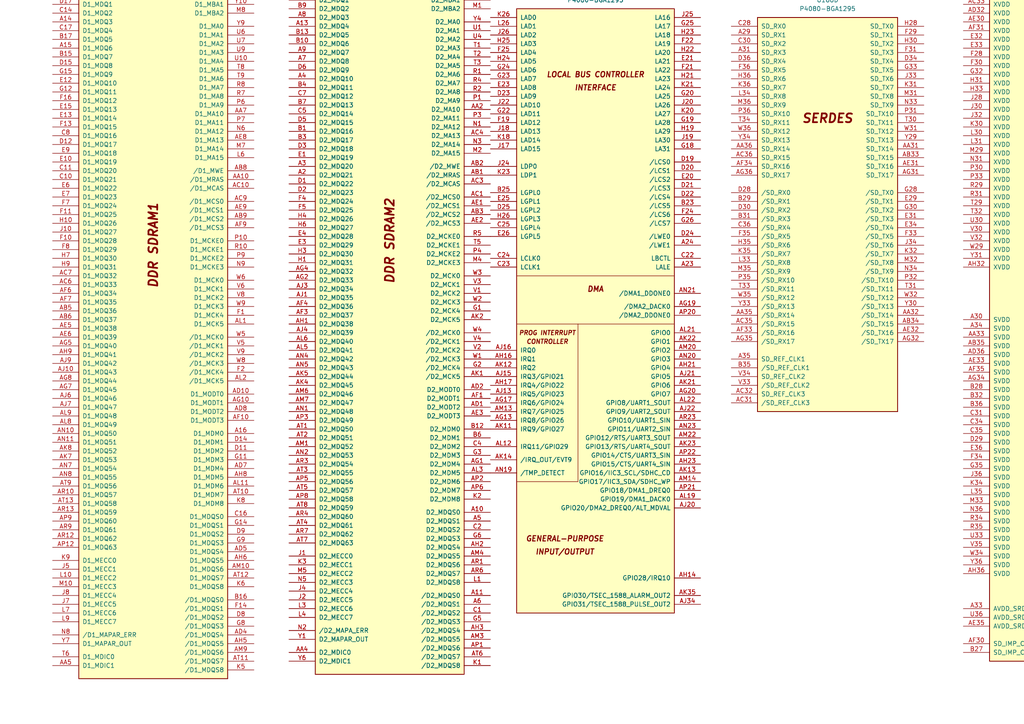
<source format=kicad_sch>
(kicad_sch (version 20250114) (generator "eeschema") (generator_version "9.0")
  (paper "A4")
  (lib_symbols
    (symbol "CPU:P4080-BGA1295" (pin_names (offset 1.016))
      (property "Reference" "U" (at 1.27 19.05 0))
      (property "Value" "P4080-BGA1295" (at 1.27 16.51 0))
      (symbol "P4080-BGA1295_1_1"
        (text "DDR SDRAM1" (at 1.27 26.67 900) (effects (font (size 2.54 2.54) (bold yes) (italic yes))))
        (pin bidirectional line (at -27.94 99.06 0) (length 7.62) (name "D1_MDQ0") (number "A17"))
        (pin bidirectional line (at -27.94 96.52 0) (length 7.62) (name "D1_MDQ1") (number "D17"))
        (pin bidirectional line (at -27.94 93.98 0) (length 7.62) (name "D1_MDQ2") (number "C14"))
        (pin bidirectional line (at -27.94 91.44 0) (length 7.62) (name "D1_MDQ3") (number "A14"))
        (pin bidirectional line (at -27.94 88.9 0) (length 7.62) (name "D1_MDQ4") (number "C17"))
        (pin bidirectional line (at -27.94 86.36 0) (length 7.62) (name "D1_MDQ5") (number "B17"))
        (pin bidirectional line (at -27.94 83.82 0) (length 7.62) (name "D1_MDQ6") (number "A15"))
        (pin bidirectional line (at -27.94 81.28 0) (length 7.62) (name "D1_MDQ7") (number "B15"))
        (pin bidirectional line (at -27.94 78.74 0) (length 7.62) (name "D1_MDQ8") (number "D15"))
        (pin bidirectional line (at -27.94 76.2 0) (length 7.62) (name "D1_MDQ9") (number "G15"))
        (pin bidirectional line (at -27.94 73.66 0) (length 7.62) (name "D1_MDQ10") (number "E12"))
        (pin bidirectional line (at -27.94 71.12 0) (length 7.62) (name "D1_MDQ11") (number "G12"))
        (pin bidirectional line (at -27.94 68.58 0) (length 7.62) (name "D1_MDQ12") (number "F16"))
        (pin bidirectional line (at -27.94 66.04 0) (length 7.62) (name "D1_MDQ13") (number "E15"))
        (pin bidirectional line (at -27.94 63.5 0) (length 7.62) (name "D1_MDQ14") (number "E13"))
        (pin bidirectional line (at -27.94 60.96 0) (length 7.62) (name "D1_MDQ15") (number "F13"))
        (pin bidirectional line (at -27.94 58.42 0) (length 7.62) (name "D1_MDQ16") (number "C8"))
        (pin bidirectional line (at -27.94 55.88 0) (length 7.62) (name "D1_MDQ17") (number "D12"))
        (pin bidirectional line (at -27.94 53.34 0) (length 7.62) (name "D1_MDQ18") (number "E9"))
        (pin bidirectional line (at -27.94 50.8 0) (length 7.62) (name "D1_MDQ19") (number "E10"))
        (pin bidirectional line (at -27.94 48.26 0) (length 7.62) (name "D1_MDQ20") (number "C11"))
        (pin bidirectional line (at -27.94 45.72 0) (length 7.62) (name "D1_MDQ21") (number "C10"))
        (pin bidirectional line (at -27.94 43.18 0) (length 7.62) (name "D1_MDQ22") (number "E6"))
        (pin bidirectional line (at -27.94 40.64 0) (length 7.62) (name "D1_MDQ23") (number "E7"))
        (pin bidirectional line (at -27.94 38.1 0) (length 7.62) (name "D1_MDQ24") (number "F7"))
        (pin bidirectional line (at -27.94 35.56 0) (length 7.62) (name "D1_MDQ25") (number "F11"))
        (pin bidirectional line (at -27.94 33.02 0) (length 7.62) (name "D1_MDQ26") (number "H10"))
        (pin bidirectional line (at -27.94 30.48 0) (length 7.62) (name "D1_MDQ27") (number "J10"))
        (pin bidirectional line (at -27.94 27.94 0) (length 7.62) (name "D1_MDQ28") (number "F10"))
        (pin bidirectional line (at -27.94 25.4 0) (length 7.62) (name "D1_MDQ29") (number "F8"))
        (pin bidirectional line (at -27.94 22.86 0) (length 7.62) (name "D1_MDQ30") (number "H7"))
        (pin bidirectional line (at -27.94 20.32 0) (length 7.62) (name "D1_MDQ31") (number "H9"))
        (pin bidirectional line (at -27.94 17.78 0) (length 7.62) (name "D1_MDQ32") (number "AC7"))
        (pin bidirectional line (at -27.94 15.24 0) (length 7.62) (name "D1_MDQ33") (number "AC6"))
        (pin bidirectional line (at -27.94 12.7 0) (length 7.62) (name "D1_MDQ34") (number "AF6"))
        (pin bidirectional line (at -27.94 10.16 0) (length 7.62) (name "D1_MDQ35") (number "AF7"))
        (pin bidirectional line (at -27.94 7.62 0) (length 7.62) (name "D1_MDQ36") (number "AB5"))
        (pin bidirectional line (at -27.94 5.08 0) (length 7.62) (name "D1_MDQ37") (number "AB6"))
        (pin bidirectional line (at -27.94 2.54 0) (length 7.62) (name "D1_MDQ38") (number "AE5"))
        (pin bidirectional line (at -27.94 0 0) (length 7.62) (name "D1_MDQ39") (number "AE6"))
        (pin bidirectional line (at -27.94 -2.54 0) (length 7.62) (name "D1_MDQ40") (number "AG5"))
        (pin bidirectional line (at -27.94 -5.08 0) (length 7.62) (name "D1_MDQ41") (number "AH9"))
        (pin bidirectional line (at -27.94 -7.62 0) (length 7.62) (name "D1_MDQ42") (number "AJ9"))
        (pin bidirectional line (at -27.94 -10.16 0) (length 7.62) (name "D1_MDQ43") (number "AJ10"))
        (pin bidirectional line (at -27.94 -12.7 0) (length 7.62) (name "D1_MDQ44") (number "AG8"))
        (pin bidirectional line (at -27.94 -15.24 0) (length 7.62) (name "D1_MDQ45") (number "AG7"))
        (pin bidirectional line (at -27.94 -17.78 0) (length 7.62) (name "D1_MDQ46") (number "AJ6"))
        (pin bidirectional line (at -27.94 -20.32 0) (length 7.62) (name "D1_MDQ47") (number "AJ7"))
        (pin bidirectional line (at -27.94 -22.86 0) (length 7.62) (name "D1_MDQ48") (number "AL9"))
        (pin bidirectional line (at -27.94 -25.4 0) (length 7.62) (name "D1_MDQ49") (number "AL8"))
        (pin bidirectional line (at -27.94 -27.94 0) (length 7.62) (name "D1_MDQ50") (number "AN10"))
        (pin bidirectional line (at -27.94 -30.48 0) (length 7.62) (name "D1_MDQ51") (number "AN11"))
        (pin bidirectional line (at -27.94 -33.02 0) (length 7.62) (name "D1_MDQ52") (number "AK8"))
        (pin bidirectional line (at -27.94 -35.56 0) (length 7.62) (name "D1_MDQ53") (number "AK7"))
        (pin bidirectional line (at -27.94 -38.1 0) (length 7.62) (name "D1_MDQ54") (number "AN7"))
        (pin bidirectional line (at -27.94 -40.64 0) (length 7.62) (name "D1_MDQ55") (number "AN8"))
        (pin bidirectional line (at -27.94 -43.18 0) (length 7.62) (name "D1_MDQ56") (number "AT9"))
        (pin bidirectional line (at -27.94 -45.72 0) (length 7.62) (name "D1_MDQ57") (number "AR10"))
        (pin bidirectional line (at -27.94 -48.26 0) (length 7.62) (name "D1_MDQ58") (number "AT13"))
        (pin bidirectional line (at -27.94 -50.8 0) (length 7.62) (name "D1_MDQ59") (number "AR13"))
        (pin bidirectional line (at -27.94 -53.34 0) (length 7.62) (name "D1_MDQ60") (number "AP9"))
        (pin bidirectional line (at -27.94 -55.88 0) (length 7.62) (name "D1_MDQ61") (number "AR9"))
        (pin bidirectional line (at -27.94 -58.42 0) (length 7.62) (name "D1_MDQ62") (number "AR12"))
        (pin bidirectional line (at -27.94 -60.96 0) (length 7.62) (name "D1_MDQ63") (number "AP12"))
        (pin bidirectional line (at -27.94 -64.77 0) (length 7.62) (name "D1_MECC0") (number "K9"))
        (pin bidirectional line (at -27.94 -67.31 0) (length 7.62) (name "D1_MECC1") (number "J5"))
        (pin bidirectional line (at -27.94 -69.85 0) (length 7.62) (name "D1_MECC2") (number "L10"))
        (pin bidirectional line (at -27.94 -72.39 0) (length 7.62) (name "D1_MECC3") (number "M10"))
        (pin bidirectional line (at -27.94 -74.93 0) (length 7.62) (name "D1_MECC4") (number "J8"))
        (pin bidirectional line (at -27.94 -77.47 0) (length 7.62) (name "D1_MECC5") (number "J7"))
        (pin bidirectional line (at -27.94 -80.01 0) (length 7.62) (name "D1_MECC6") (number "L7"))
        (pin bidirectional line (at -27.94 -82.55 0) (length 7.62) (name "D1_MECC7") (number "L9"))
        (pin input line (at -27.94 -86.36 0) (length 7.62) (name "/D1_MAPAR_ERR") (number "N8"))
        (pin output line (at -27.94 -88.9 0) (length 7.62) (name "D1_MAPAR_OUT") (number "Y7"))
        (pin bidirectional line (at -27.94 -92.71 0) (length 7.62) (name "D1_MDIC0") (number "T6"))
        (pin bidirectional line (at -27.94 -95.25 0) (length 7.62) (name "D1_MDIC1") (number "AA5"))
        (pin output line (at 30.48 99.06 180) (length 7.62) (name "D1_MBA0") (number "AA8"))
        (pin output line (at 30.48 96.52 180) (length 7.62) (name "D1_MBA1") (number "Y10"))
        (pin output line (at 30.48 93.98 180) (length 7.62) (name "D1_MBA2") (number "M8"))
        (pin output line (at 30.48 90.17 180) (length 7.62) (name "D1_MA0") (number "Y9"))
        (pin output line (at 30.48 87.63 180) (length 7.62) (name "D1_MA1") (number "U6"))
        (pin output line (at 30.48 85.09 180) (length 7.62) (name "D1_MA2") (number "U7"))
        (pin output line (at 30.48 82.55 180) (length 7.62) (name "D1_MA3") (number "U9"))
        (pin output line (at 30.48 80.01 180) (length 7.62) (name "D1_MA4") (number "U10"))
        (pin output line (at 30.48 77.47 180) (length 7.62) (name "D1_MA5") (number "T8"))
        (pin output line (at 30.48 74.93 180) (length 7.62) (name "D1_MA6") (number "T9"))
        (pin output line (at 30.48 72.39 180) (length 7.62) (name "D1_MA7") (number "R8"))
        (pin output line (at 30.48 69.85 180) (length 7.62) (name "D1_MA8") (number "R7"))
        (pin output line (at 30.48 67.31 180) (length 7.62) (name "D1_MA9") (number "P6"))
        (pin output line (at 30.48 64.77 180) (length 7.62) (name "D1_MA10") (number "AA7"))
        (pin output line (at 30.48 62.23 180) (length 7.62) (name "D1_MA11") (number "P7"))
        (pin output line (at 30.48 59.69 180) (length 7.62) (name "D1_MA12") (number "N6"))
        (pin output line (at 30.48 57.15 180) (length 7.62) (name "D1_MA13") (number "AE8"))
        (pin output line (at 30.48 54.61 180) (length 7.62) (name "D1_MA14") (number "M7"))
        (pin output line (at 30.48 52.07 180) (length 7.62) (name "D1_MA15") (number "L6"))
        (pin output line (at 30.48 48.26 180) (length 7.62) (name "/D1_MWE") (number "AB8"))
        (pin output line (at 30.48 45.72 180) (length 7.62) (name "/D1_MRAS") (number "AA10"))
        (pin output line (at 30.48 43.18 180) (length 7.62) (name "/D1_MCAS") (number "AC10"))
        (pin output line (at 30.48 39.37 180) (length 7.62) (name "/D1_MCS0") (number "AC9"))
        (pin output line (at 30.48 36.83 180) (length 7.62) (name "/D1_MCS1") (number "AE9"))
        (pin output line (at 30.48 34.29 180) (length 7.62) (name "/D1_MCS2") (number "AB9"))
        (pin output line (at 30.48 31.75 180) (length 7.62) (name "/D1_MCS3") (number "AF9"))
        (pin output line (at 30.48 27.94 180) (length 7.62) (name "D1_MCKE0") (number "P10"))
        (pin output line (at 30.48 25.4 180) (length 7.62) (name "D1_MCKE1") (number "R10"))
        (pin output line (at 30.48 22.86 180) (length 7.62) (name "D1_MCKE2") (number "P9"))
        (pin output line (at 30.48 20.32 180) (length 7.62) (name "D1_MCKE3") (number "N9"))
        (pin output line (at 30.48 16.51 180) (length 7.62) (name "D1_MCK0") (number "W6"))
        (pin output line (at 30.48 13.97 180) (length 7.62) (name "D1_MCK1") (number "V6"))
        (pin output line (at 30.48 11.43 180) (length 7.62) (name "D1_MCK2") (number "V8"))
        (pin output line (at 30.48 8.89 180) (length 7.62) (name "D1_MCK3") (number "W9"))
        (pin output line (at 30.48 6.35 180) (length 7.62) (name "D1_MCK4") (number "F1"))
        (pin output line (at 30.48 3.81 180) (length 7.62) (name "D1_MCK5") (number "AL1"))
        (pin output line (at 30.48 0 180) (length 7.62) (name "/D1_MCK0") (number "W5"))
        (pin output line (at 30.48 -2.54 180) (length 7.62) (name "/D1_MCK1") (number "V5"))
        (pin output line (at 30.48 -5.08 180) (length 7.62) (name "/D1_MCK2") (number "V9"))
        (pin output line (at 30.48 -7.62 180) (length 7.62) (name "/D1_MCK3") (number "W8"))
        (pin output line (at 30.48 -10.16 180) (length 7.62) (name "/D1_MCK4") (number "F2"))
        (pin output line (at 30.48 -12.7 180) (length 7.62) (name "/D1_MCK5") (number "AL2"))
        (pin output line (at 30.48 -16.51 180) (length 7.62) (name "D1_MODT0") (number "AD10"))
        (pin output line (at 30.48 -19.05 180) (length 7.62) (name "D1_MODT1") (number "AG10"))
        (pin output line (at 30.48 -21.59 180) (length 7.62) (name "D1_MODT2") (number "AD8"))
        (pin output line (at 30.48 -24.13 180) (length 7.62) (name "D1_MODT3") (number "AF10"))
        (pin output line (at 30.48 -27.94 180) (length 7.62) (name "D1_MDM0") (number "A16"))
        (pin output line (at 30.48 -30.48 180) (length 7.62) (name "D1_MDM1") (number "D14"))
        (pin output line (at 30.48 -33.02 180) (length 7.62) (name "D1_MDM2") (number "D11"))
        (pin output line (at 30.48 -35.56 180) (length 7.62) (name "D1_MDM3") (number "G11"))
        (pin output line (at 30.48 -38.1 180) (length 7.62) (name "D1_MDM4") (number "AD7"))
        (pin output line (at 30.48 -40.64 180) (length 7.62) (name "D1_MDM5") (number "AH8"))
        (pin output line (at 30.48 -43.18 180) (length 7.62) (name "D1_MDM6") (number "AL11"))
        (pin output line (at 30.48 -45.72 180) (length 7.62) (name "D1_MDM7") (number "AT10"))
        (pin output line (at 30.48 -48.26 180) (length 7.62) (name "D1_MDM8") (number "K8"))
        (pin bidirectional line (at 30.48 -52.07 180) (length 7.62) (name "D1_MDQS0") (number "C16"))
        (pin bidirectional line (at 30.48 -54.61 180) (length 7.62) (name "D1_MDQS1") (number "G14"))
        (pin bidirectional line (at 30.48 -57.15 180) (length 7.62) (name "D1_MDQS2") (number "D9"))
        (pin bidirectional line (at 30.48 -59.69 180) (length 7.62) (name "D1_MDQS3") (number "G9"))
        (pin bidirectional line (at 30.48 -62.23 180) (length 7.62) (name "D1_MDQS4") (number "AD5"))
        (pin bidirectional line (at 30.48 -64.77 180) (length 7.62) (name "D1_MDQS5") (number "AH6"))
        (pin bidirectional line (at 30.48 -67.31 180) (length 7.62) (name "D1_MDQS6") (number "AM10"))
        (pin bidirectional line (at 30.48 -69.85 180) (length 7.62) (name "D1_MDQS7") (number "AT12"))
        (pin bidirectional line (at 30.48 -72.39 180) (length 7.62) (name "D1_MDQS8") (number "K6"))
        (pin bidirectional line (at 30.48 -76.2 180) (length 7.62) (name "/D1_MDQS0") (number "B16"))
        (pin bidirectional line (at 30.48 -78.74 180) (length 7.62) (name "/D1_MDQS1") (number "F14"))
        (pin bidirectional line (at 30.48 -81.28 180) (length 7.62) (name "/D1_MDQS2") (number "D8"))
        (pin bidirectional line (at 30.48 -83.82 180) (length 7.62) (name "/D1_MDQS3") (number "G8"))
        (pin bidirectional line (at 30.48 -86.36 180) (length 7.62) (name "/D1_MDQS4") (number "AD4"))
        (pin bidirectional line (at 30.48 -88.9 180) (length 7.62) (name "/D1_MDQS5") (number "AH5"))
        (pin bidirectional line (at 30.48 -91.44 180) (length 7.62) (name "/D1_MDQS6") (number "AM9"))
        (pin bidirectional line (at 30.48 -93.98 180) (length 7.62) (name "/D1_MDQS7") (number "AT11"))
        (pin bidirectional line (at 30.48 -96.52 180) (length 7.62) (name "/D1_MDQS8") (number "K5"))
      )
      (symbol "P4080-BGA1295_2_1"
        (text "DDR SDRAM2" (at 1.27 26.67 900) (effects (font (size 2.54 2.54) (bold yes) (italic yes))))
        (pin bidirectional line (at -27.94 99.06 0) (length 7.62) (name "D2_MDQ0") (number "C13"))
        (pin bidirectional line (at -27.94 96.52 0) (length 7.62) (name "D2_MDQ1") (number "A12"))
        (pin bidirectional line (at -27.94 93.98 0) (length 7.62) (name "D2_MDQ2") (number "B9"))
        (pin bidirectional line (at -27.94 91.44 0) (length 7.62) (name "D2_MDQ3") (number "A8"))
        (pin bidirectional line (at -27.94 88.9 0) (length 7.62) (name "D2_MDQ4") (number "A13"))
        (pin bidirectional line (at -27.94 86.36 0) (length 7.62) (name "D2_MDQ5") (number "B13"))
        (pin bidirectional line (at -27.94 83.82 0) (length 7.62) (name "D2_MDQ6") (number "B10"))
        (pin bidirectional line (at -27.94 81.28 0) (length 7.62) (name "D2_MDQ7") (number "A9"))
        (pin bidirectional line (at -27.94 78.74 0) (length 7.62) (name "D2_MDQ8") (number "A7"))
        (pin bidirectional line (at -27.94 76.2 0) (length 7.62) (name "D2_MDQ9") (number "D6"))
        (pin bidirectional line (at -27.94 73.66 0) (length 7.62) (name "D2_MDQ10") (number "A4"))
        (pin bidirectional line (at -27.94 71.12 0) (length 7.62) (name "D2_MDQ11") (number "B4"))
        (pin bidirectional line (at -27.94 68.58 0) (length 7.62) (name "D2_MDQ12") (number "C7"))
        (pin bidirectional line (at -27.94 66.04 0) (length 7.62) (name "D2_MDQ13") (number "B7"))
        (pin bidirectional line (at -27.94 63.5 0) (length 7.62) (name "D2_MDQ14") (number "C5"))
        (pin bidirectional line (at -27.94 60.96 0) (length 7.62) (name "D2_MDQ15") (number "D5"))
        (pin bidirectional line (at -27.94 58.42 0) (length 7.62) (name "D2_MDQ16") (number "B1"))
        (pin bidirectional line (at -27.94 55.88 0) (length 7.62) (name "D2_MDQ17") (number "B3"))
        (pin bidirectional line (at -27.94 53.34 0) (length 7.62) (name "D2_MDQ18") (number "D3"))
        (pin bidirectional line (at -27.94 50.8 0) (length 7.62) (name "D2_MDQ19") (number "E1"))
        (pin bidirectional line (at -27.94 48.26 0) (length 7.62) (name "D2_MDQ20") (number "A3"))
        (pin bidirectional line (at -27.94 45.72 0) (length 7.62) (name "D2_MDQ21") (number "A2"))
        (pin bidirectional line (at -27.94 43.18 0) (length 7.62) (name "D2_MDQ22") (number "D1"))
        (pin bidirectional line (at -27.94 40.64 0) (length 7.62) (name "D2_MDQ23") (number "D2"))
        (pin bidirectional line (at -27.94 38.1 0) (length 7.62) (name "D2_MDQ24") (number "F4"))
        (pin bidirectional line (at -27.94 35.56 0) (length 7.62) (name "D2_MDQ25") (number "F5"))
        (pin bidirectional line (at -27.94 33.02 0) (length 7.62) (name "D2_MDQ26") (number "H4"))
        (pin bidirectional line (at -27.94 30.48 0) (length 7.62) (name "D2_MDQ27") (number "H6"))
        (pin bidirectional line (at -27.94 27.94 0) (length 7.62) (name "D2_MDQ28") (number "E4"))
        (pin bidirectional line (at -27.94 25.4 0) (length 7.62) (name "D2_MDQ29") (number "E3"))
        (pin bidirectional line (at -27.94 22.86 0) (length 7.62) (name "D2_MDQ30") (number "H3"))
        (pin bidirectional line (at -27.94 20.32 0) (length 7.62) (name "D2_MDQ31") (number "H1"))
        (pin bidirectional line (at -27.94 17.78 0) (length 7.62) (name "D2_MDQ32") (number "AG4"))
        (pin bidirectional line (at -27.94 15.24 0) (length 7.62) (name "D2_MDQ33") (number "AG2"))
        (pin bidirectional line (at -27.94 12.7 0) (length 7.62) (name "D2_MDQ34") (number "AJ3"))
        (pin bidirectional line (at -27.94 10.16 0) (length 7.62) (name "D2_MDQ35") (number "AJ1"))
        (pin bidirectional line (at -27.94 7.62 0) (length 7.62) (name "D2_MDQ36") (number "AF4"))
        (pin bidirectional line (at -27.94 5.08 0) (length 7.62) (name "D2_MDQ37") (number "AF3"))
        (pin bidirectional line (at -27.94 2.54 0) (length 7.62) (name "D2_MDQ38") (number "AH1"))
        (pin bidirectional line (at -27.94 0 0) (length 7.62) (name "D2_MDQ39") (number "AJ4"))
        (pin bidirectional line (at -27.94 -2.54 0) (length 7.62) (name "D2_MDQ40") (number "AL6"))
        (pin bidirectional line (at -27.94 -5.08 0) (length 7.62) (name "D2_MDQ41") (number "AL5"))
        (pin bidirectional line (at -27.94 -7.62 0) (length 7.62) (name "D2_MDQ42") (number "AN4"))
        (pin bidirectional line (at -27.94 -10.16 0) (length 7.62) (name "D2_MDQ43") (number "AN5"))
        (pin bidirectional line (at -27.94 -12.7 0) (length 7.62) (name "D2_MDQ44") (number "AK5"))
        (pin bidirectional line (at -27.94 -15.24 0) (length 7.62) (name "D2_MDQ45") (number "AK4"))
        (pin bidirectional line (at -27.94 -17.78 0) (length 7.62) (name "D2_MDQ46") (number "AM6"))
        (pin bidirectional line (at -27.94 -20.32 0) (length 7.62) (name "D2_MDQ47") (number "AM7"))
        (pin bidirectional line (at -27.94 -22.86 0) (length 7.62) (name "D2_MDQ48") (number "AN1"))
        (pin bidirectional line (at -27.94 -25.4 0) (length 7.62) (name "D2_MDQ49") (number "AP3"))
        (pin bidirectional line (at -27.94 -27.94 0) (length 7.62) (name "D2_MDQ50") (number "AT1"))
        (pin bidirectional line (at -27.94 -30.48 0) (length 7.62) (name "D2_MDQ51") (number "AT2"))
        (pin bidirectional line (at -27.94 -33.02 0) (length 7.62) (name "D2_MDQ52") (number "AM1"))
        (pin bidirectional line (at -27.94 -35.56 0) (length 7.62) (name "D2_MDQ53") (number "AN2"))
        (pin bidirectional line (at -27.94 -38.1 0) (length 7.62) (name "D2_MDQ54") (number "AR3"))
        (pin bidirectional line (at -27.94 -40.64 0) (length 7.62) (name "D2_MDQ55") (number "AT3"))
        (pin bidirectional line (at -27.94 -43.18 0) (length 7.62) (name "D2_MDQ56") (number "AP5"))
        (pin bidirectional line (at -27.94 -45.72 0) (length 7.62) (name "D2_MDQ57") (number "AT5"))
        (pin bidirectional line (at -27.94 -48.26 0) (length 7.62) (name "D2_MDQ58") (number "AP8"))
        (pin bidirectional line (at -27.94 -50.8 0) (length 7.62) (name "D2_MDQ59") (number "AT8"))
        (pin bidirectional line (at -27.94 -53.34 0) (length 7.62) (name "D2_MDQ60") (number "AR4"))
        (pin bidirectional line (at -27.94 -55.88 0) (length 7.62) (name "D2_MDQ61") (number "AT4"))
        (pin bidirectional line (at -27.94 -58.42 0) (length 7.62) (name "D2_MDQ62") (number "AR7"))
        (pin bidirectional line (at -27.94 -60.96 0) (length 7.62) (name "D2_MDQ63") (number "AT7"))
        (pin bidirectional line (at -27.94 -64.77 0) (length 7.62) (name "D2_MECC0") (number "J1"))
        (pin bidirectional line (at -27.94 -67.31 0) (length 7.62) (name "D2_MECC1") (number "K3"))
        (pin bidirectional line (at -27.94 -69.85 0) (length 7.62) (name "D2_MECC2") (number "M5"))
        (pin bidirectional line (at -27.94 -72.39 0) (length 7.62) (name "D2_MECC3") (number "N5"))
        (pin bidirectional line (at -27.94 -74.93 0) (length 7.62) (name "D2_MECC4") (number "J4"))
        (pin bidirectional line (at -27.94 -77.47 0) (length 7.62) (name "D2_MECC5") (number "J2"))
        (pin bidirectional line (at -27.94 -80.01 0) (length 7.62) (name "D2_MECC6") (number "L3"))
        (pin bidirectional line (at -27.94 -82.55 0) (length 7.62) (name "D2_MECC7") (number "L4"))
        (pin input line (at -27.94 -86.36 0) (length 7.62) (name "/D2_MAPA_ERR") (number "N2"))
        (pin output line (at -27.94 -88.9 0) (length 7.62) (name "D2_MAPAR_OUT") (number "Y1"))
        (pin bidirectional line (at -27.94 -92.71 0) (length 7.62) (name "D2_MDIC0") (number "AA4"))
        (pin bidirectional line (at -27.94 -95.25 0) (length 7.62) (name "D2_MDIC1") (number "Y6"))
        (pin output line (at 30.48 99.06 180) (length 7.62) (name "D2_MBA0") (number "AA3"))
        (pin output line (at 30.48 96.52 180) (length 7.62) (name "D2_MBA1") (number "AA1"))
        (pin output line (at 30.48 93.98 180) (length 7.62) (name "D2_MBA2") (number "M1"))
        (pin output line (at 30.48 90.17 180) (length 7.62) (name "D2_MA0") (number "Y4"))
        (pin output line (at 30.48 87.63 180) (length 7.62) (name "D2_MA1") (number "U1"))
        (pin output line (at 30.48 85.09 180) (length 7.62) (name "D2_MA2") (number "U4"))
        (pin output line (at 30.48 82.55 180) (length 7.62) (name "D2_MA3") (number "T1"))
        (pin output line (at 30.48 80.01 180) (length 7.62) (name "D2_MA4") (number "T2"))
        (pin output line (at 30.48 77.47 180) (length 7.62) (name "D2_MA5") (number "T3"))
        (pin output line (at 30.48 74.93 180) (length 7.62) (name "D2_MA6") (number "R1"))
        (pin output line (at 30.48 72.39 180) (length 7.62) (name "D2_MA7") (number "R4"))
        (pin output line (at 30.48 69.85 180) (length 7.62) (name "D2_MA8") (number "R2"))
        (pin output line (at 30.48 67.31 180) (length 7.62) (name "D2_MA9") (number "P1"))
        (pin output line (at 30.48 64.77 180) (length 7.62) (name "D2_MA10") (number "AA2"))
        (pin output line (at 30.48 62.23 180) (length 7.62) (name "D2_MA11") (number "P3"))
        (pin output line (at 30.48 59.69 180) (length 7.62) (name "D2_MA12") (number "N1"))
        (pin output line (at 30.48 57.15 180) (length 7.62) (name "D2_MA13") (number "AC4"))
        (pin output line (at 30.48 54.61 180) (length 7.62) (name "D2_MA14") (number "N3"))
        (pin output line (at 30.48 52.07 180) (length 7.62) (name "D2_MA15") (number "M2"))
        (pin output line (at 30.48 48.26 180) (length 7.62) (name "/D2_MWE") (number "AB2"))
        (pin output line (at 30.48 45.72 180) (length 7.62) (name "/D2_MRAS") (number "AB1"))
        (pin output line (at 30.48 43.18 180) (length 7.62) (name "/D2_MCAS") (number "AC3"))
        (pin output line (at 30.48 39.37 180) (length 7.62) (name "/D2_MCS0") (number "AC1"))
        (pin output line (at 30.48 36.83 180) (length 7.62) (name "/D2_MCS1") (number "AE1"))
        (pin output line (at 30.48 34.29 180) (length 7.62) (name "/D2_MCS2") (number "AB3"))
        (pin output line (at 30.48 31.75 180) (length 7.62) (name "/D2_MCS3") (number "AE2"))
        (pin output line (at 30.48 27.94 180) (length 7.62) (name "D2_MCKE0") (number "R5"))
        (pin output line (at 30.48 25.4 180) (length 7.62) (name "D2_MCKE1") (number "T5"))
        (pin output line (at 30.48 22.86 180) (length 7.62) (name "D2_MCKE2") (number "P4"))
        (pin output line (at 30.48 20.32 180) (length 7.62) (name "D2_MCKE3") (number "M4"))
        (pin output line (at 30.48 16.51 180) (length 7.62) (name "D2_MCK0") (number "W3"))
        (pin output line (at 30.48 13.97 180) (length 7.62) (name "D2_MCK1") (number "V3"))
        (pin output line (at 30.48 11.43 180) (length 7.62) (name "D2_MCK2") (number "V1"))
        (pin output line (at 30.48 8.89 180) (length 7.62) (name "D2_MCK3") (number "W2"))
        (pin output line (at 30.48 6.35 180) (length 7.62) (name "D2_MCK4") (number "G1"))
        (pin output line (at 30.48 3.81 180) (length 7.62) (name "D2_MCK5") (number "AK2"))
        (pin output line (at 30.48 0 180) (length 7.62) (name "/D2_MCK0") (number "W4"))
        (pin output line (at 30.48 -2.54 180) (length 7.62) (name "/D2_MCK1") (number "V4"))
        (pin output line (at 30.48 -5.08 180) (length 7.62) (name "/D2_MCK2") (number "V2"))
        (pin output line (at 30.48 -7.62 180) (length 7.62) (name "/D2_MCK3") (number "W1"))
        (pin output line (at 30.48 -10.16 180) (length 7.62) (name "/D2_MCK4") (number "G2"))
        (pin output line (at 30.48 -12.7 180) (length 7.62) (name "/D2_MCK5") (number "AK1"))
        (pin output line (at 30.48 -16.51 180) (length 7.62) (name "D2_MODT0") (number "AD2"))
        (pin output line (at 30.48 -19.05 180) (length 7.62) (name "D2_MODT1") (number "AF1"))
        (pin output line (at 30.48 -21.59 180) (length 7.62) (name "D2_MODT2") (number "AD1"))
        (pin output line (at 30.48 -24.13 180) (length 7.62) (name "D2_MODT3") (number "AE3"))
        (pin output line (at 30.48 -27.94 180) (length 7.62) (name "D2_MDM0") (number "B12"))
        (pin output line (at 30.48 -30.48 180) (length 7.62) (name "D2_MDM1") (number "B6"))
        (pin output line (at 30.48 -33.02 180) (length 7.62) (name "D2_MDM2") (number "C4"))
        (pin output line (at 30.48 -35.56 180) (length 7.62) (name "D2_MDM3") (number "G3"))
        (pin output line (at 30.48 -38.1 180) (length 7.62) (name "D2_MDM4") (number "AG1"))
        (pin output line (at 30.48 -40.64 180) (length 7.62) (name "D2_MDM5") (number "AL3"))
        (pin output line (at 30.48 -43.18 180) (length 7.62) (name "D2_MDM6") (number "AP2"))
        (pin output line (at 30.48 -45.72 180) (length 7.62) (name "D2_MDM7") (number "AP6"))
        (pin output line (at 30.48 -48.26 180) (length 7.62) (name "D2_MDM8") (number "K2"))
        (pin bidirectional line (at 30.48 -52.07 180) (length 7.62) (name "D2_MDQS0") (number "A10"))
        (pin bidirectional line (at 30.48 -54.61 180) (length 7.62) (name "D2_MDQS1") (number "A5"))
        (pin bidirectional line (at 30.48 -57.15 180) (length 7.62) (name "D2_MDQS2") (number "C2"))
        (pin bidirectional line (at 30.48 -59.69 180) (length 7.62) (name "D2_MDQS3") (number "G6"))
        (pin bidirectional line (at 30.48 -62.23 180) (length 7.62) (name "D2_MDQS4") (number "AH2"))
        (pin bidirectional line (at 30.48 -64.77 180) (length 7.62) (name "D2_MDQS5") (number "AM4"))
        (pin bidirectional line (at 30.48 -67.31 180) (length 7.62) (name "D2_MDQS6") (number "AR1"))
        (pin bidirectional line (at 30.48 -69.85 180) (length 7.62) (name "D2_MDQS7") (number "AR6"))
        (pin bidirectional line (at 30.48 -72.39 180) (length 7.62) (name "D2_MDQS8") (number "L1"))
        (pin bidirectional line (at 30.48 -76.2 180) (length 7.62) (name "/D2_MDQS0") (number "A11"))
        (pin bidirectional line (at 30.48 -78.74 180) (length 7.62) (name "/D2_MDQS1") (number "A6"))
        (pin bidirectional line (at 30.48 -81.28 180) (length 7.62) (name "/D2_MDQS2") (number "C1"))
        (pin bidirectional line (at 30.48 -83.82 180) (length 7.62) (name "/D2_MDQS3") (number "G5"))
        (pin bidirectional line (at 30.48 -86.36 180) (length 7.62) (name "/D2_MDQS4") (number "AH3"))
        (pin bidirectional line (at 30.48 -88.9 180) (length 7.62) (name "/D2_MDQS5") (number "AM3"))
        (pin bidirectional line (at 30.48 -91.44 180) (length 7.62) (name "/D2_MDQS6") (number "AP1"))
        (pin bidirectional line (at 30.48 -93.98 180) (length 7.62) (name "/D2_MDQS7") (number "AT6"))
        (pin bidirectional line (at 30.48 -96.52 180) (length 7.62) (name "/D2_MDQS8") (number "K1"))
      )
      (symbol "P4080-BGA1295_3_1"
        (text "PROG INTERRUPT" (at -13.97 -5.08 0) (effects (font (size 1.27 1.27) (bold yes) (italic yes))))
        (text "CONTROLLER" (at -13.97 -7.62 0) (effects (font (size 1.27 1.27) (bold yes) (italic yes))))
        (text "GENERAL-PURPOSE" (at -8.89 -64.77 0) (effects (font (size 1.524 1.524) (bold yes) (italic yes))))
        (text "INPUT/OUTPUT" (at -8.89 -68.58 0) (effects (font (size 1.524 1.524) (bold yes) (italic yes))))
        (text "LOCAL BUS CONTROLLER" (at 0 69.85 0) (effects (font (size 1.524 1.524) (bold yes) (italic yes))))
        (text "INTERFACE" (at 0 66.04 0) (effects (font (size 1.524 1.524) (bold yes) (italic yes))))
        (text "DMA" (at 0 7.62 0) (effects (font (size 1.524 1.524) (bold yes) (italic yes))))
        (pin bidirectional line (at -30.48 86.36 0) (length 7.62) (name "LAD0") (number "K26"))
        (pin bidirectional line (at -30.48 83.82 0) (length 7.62) (name "LAD1") (number "L26"))
        (pin bidirectional line (at -30.48 81.28 0) (length 7.62) (name "LAD2") (number "J26"))
        (pin bidirectional line (at -30.48 78.74 0) (length 7.62) (name "LAD3") (number "H25"))
        (pin bidirectional line (at -30.48 76.2 0) (length 7.62) (name "LAD4") (number "F25"))
        (pin bidirectional line (at -30.48 73.66 0) (length 7.62) (name "LAD5") (number "H24"))
        (pin bidirectional line (at -30.48 71.12 0) (length 7.62) (name "LAD6") (number "G24"))
        (pin bidirectional line (at -30.48 68.58 0) (length 7.62) (name "LAD7") (number "G23"))
        (pin bidirectional line (at -30.48 66.04 0) (length 7.62) (name "LAD8") (number "E23"))
        (pin bidirectional line (at -30.48 63.5 0) (length 7.62) (name "LAD9") (number "D23"))
        (pin bidirectional line (at -30.48 60.96 0) (length 7.62) (name "LAD10") (number "J22"))
        (pin bidirectional line (at -30.48 58.42 0) (length 7.62) (name "LAD11") (number "G22"))
        (pin bidirectional line (at -30.48 55.88 0) (length 7.62) (name "LAD12") (number "F19"))
        (pin bidirectional line (at -30.48 53.34 0) (length 7.62) (name "LAD13") (number "J18"))
        (pin bidirectional line (at -30.48 50.8 0) (length 7.62) (name "LAD14") (number "K18"))
        (pin bidirectional line (at -30.48 48.26 0) (length 7.62) (name "LAD15") (number "J17"))
        (pin bidirectional line (at -30.48 43.18 0) (length 7.62) (name "LDP0") (number "J24"))
        (pin bidirectional line (at -30.48 40.64 0) (length 7.62) (name "LDP1") (number "K23"))
        (pin output line (at -30.48 35.56 0) (length 7.62) (name "LGPL0") (number "B25"))
        (pin output line (at -30.48 33.02 0) (length 7.62) (name "LGPL1") (number "E25"))
        (pin output line (at -30.48 30.48 0) (length 7.62) (name "LGPL2") (number "D25"))
        (pin output line (at -30.48 27.94 0) (length 7.62) (name "LGPL3") (number "H26"))
        (pin bidirectional line (at -30.48 25.4 0) (length 7.62) (name "LGPL4") (number "C25"))
        (pin output line (at -30.48 22.86 0) (length 7.62) (name "LGPL5") (number "E26"))
        (pin output line (at -30.48 16.51 0) (length 7.62) (name "LCLK0") (number "C24"))
        (pin output line (at -30.48 13.97 0) (length 7.62) (name "LCLK1") (number "C23"))
        (pin input line (at -30.48 -10.16 0) (length 7.62) (name "IRQ0") (number "AJ16"))
        (pin input line (at -30.48 -12.7 0) (length 7.62) (name "IRQ1") (number "AH16"))
        (pin input line (at -30.48 -15.24 0) (length 7.62) (name "IRQ2") (number "AK12"))
        (pin input line (at -30.48 -17.78 0) (length 7.62) (name "IRQ3/GPIO21") (number "AJ15"))
        (pin input line (at -30.48 -20.32 0) (length 7.62) (name "IRQ4/GPIO22") (number "AH17"))
        (pin input line (at -30.48 -22.86 0) (length 7.62) (name "IRQ5/GPIO23") (number "AJ13"))
        (pin input line (at -30.48 -25.4 0) (length 7.62) (name "IRQ6/GPIO24") (number "AG17"))
        (pin input line (at -30.48 -27.94 0) (length 7.62) (name "IRQ7/GPIO25") (number "AM13"))
        (pin input line (at -30.48 -30.48 0) (length 7.62) (name "IRQ8/GPIO26") (number "AG13"))
        (pin input line (at -30.48 -33.02 0) (length 7.62) (name "IRQ9/GPIO27") (number "AK11"))
        (pin input line (at -30.48 -38.1 0) (length 7.62) (name "IRQ11/GPIO29") (number "AL12"))
        (pin output line (at -30.48 -41.91 0) (length 7.62) (name "/IRQ_OUT/EVT9") (number "AK14"))
        (pin input line (at -30.48 -45.72 0) (length 7.62) (name "/TMP_DETECT") (number "AN19"))
        (pin output line (at 30.48 86.36 180) (length 7.62) (name "LA16") (number "J25"))
        (pin output line (at 30.48 83.82 180) (length 7.62) (name "LA17") (number "G25"))
        (pin output line (at 30.48 81.28 180) (length 7.62) (name "LA18") (number "H23"))
        (pin output line (at 30.48 78.74 180) (length 7.62) (name "LA19") (number "F22"))
        (pin output line (at 30.48 76.2 180) (length 7.62) (name "LA20") (number "H22"))
        (pin output line (at 30.48 73.66 180) (length 7.62) (name "LA21") (number "E21"))
        (pin output line (at 30.48 71.12 180) (length 7.62) (name "LA22") (number "F21"))
        (pin output line (at 30.48 68.58 180) (length 7.62) (name "LA23") (number "H21"))
        (pin output line (at 30.48 66.04 180) (length 7.62) (name "LA24") (number "K21"))
        (pin output line (at 30.48 63.5 180) (length 7.62) (name "LA25") (number "G20"))
        (pin output line (at 30.48 60.96 180) (length 7.62) (name "LA26") (number "J20"))
        (pin output line (at 30.48 58.42 180) (length 7.62) (name "LA27") (number "K20"))
        (pin output line (at 30.48 55.88 180) (length 7.62) (name "LA28") (number "G19"))
        (pin output line (at 30.48 53.34 180) (length 7.62) (name "LA29") (number "H19"))
        (pin output line (at 30.48 50.8 180) (length 7.62) (name "LA30") (number "J19"))
        (pin output line (at 30.48 48.26 180) (length 7.62) (name "LA31") (number "G18"))
        (pin output line (at 30.48 44.45 180) (length 7.62) (name "/LCS0") (number "D19"))
        (pin output line (at 30.48 41.91 180) (length 7.62) (name "/LCS1") (number "D20"))
        (pin output line (at 30.48 39.37 180) (length 7.62) (name "/LCS2") (number "E20"))
        (pin output line (at 30.48 36.83 180) (length 7.62) (name "/LCS3") (number "D21"))
        (pin output line (at 30.48 34.29 180) (length 7.62) (name "/LCS4") (number "D22"))
        (pin output line (at 30.48 31.75 180) (length 7.62) (name "/LCS5") (number "B23"))
        (pin output line (at 30.48 29.21 180) (length 7.62) (name "/LCS6") (number "F24"))
        (pin output line (at 30.48 26.67 180) (length 7.62) (name "/LCS7") (number "G26"))
        (pin output line (at 30.48 22.86 180) (length 7.62) (name "/LWE0") (number "D24"))
        (pin output line (at 30.48 20.32 180) (length 7.62) (name "/LWE1") (number "A24"))
        (pin output line (at 30.48 16.51 180) (length 7.62) (name "LBCTL") (number "C22"))
        (pin bidirectional line (at 30.48 13.97 180) (length 7.62) (name "LALE") (number "A23"))
        (pin output line (at 30.48 6.35 180) (length 7.62) (name "/DMA1_DDONE0") (number "AN21"))
        (pin output line (at 30.48 2.54 180) (length 7.62) (name "/DMA2_DACK0") (number "AG19"))
        (pin output line (at 30.48 0 180) (length 7.62) (name "/DMA2_DDONE0") (number "AP20"))
        (pin bidirectional line (at 30.48 -5.08 180) (length 7.62) (name "GPIO0") (number "AL21"))
        (pin bidirectional line (at 30.48 -7.62 180) (length 7.62) (name "GPIO1") (number "AK22"))
        (pin bidirectional line (at 30.48 -10.16 180) (length 7.62) (name "GPIO2") (number "AM20"))
        (pin bidirectional line (at 30.48 -12.7 180) (length 7.62) (name "GPIO3") (number "AN20"))
        (pin bidirectional line (at 30.48 -15.24 180) (length 7.62) (name "GPIO4") (number "AH21"))
        (pin bidirectional line (at 30.48 -17.78 180) (length 7.62) (name "GPIO5") (number "AJ21"))
        (pin bidirectional line (at 30.48 -20.32 180) (length 7.62) (name "GPIO6") (number "AK21"))
        (pin bidirectional line (at 30.48 -22.86 180) (length 7.62) (name "GPIO7") (number "AG20"))
        (pin bidirectional line (at 30.48 -25.4 180) (length 7.62) (name "GPIO8/UART1_SOUT") (number "AL22"))
        (pin bidirectional line (at 30.48 -27.94 180) (length 7.62) (name "GPIO9/UART2_SOUT") (number "AJ22"))
        (pin bidirectional line (at 30.48 -30.48 180) (length 7.62) (name "GPIO10/UART1_SIN") (number "AR23"))
        (pin bidirectional line (at 30.48 -33.02 180) (length 7.62) (name "GPIO11/UART2_SIN") (number "AN23"))
        (pin bidirectional line (at 30.48 -35.56 180) (length 7.62) (name "GPIO12/RTS/UART3_SOUT") (number "AM22"))
        (pin bidirectional line (at 30.48 -38.1 180) (length 7.62) (name "GPIO13/RTS/UART4_SOUT") (number "AK23"))
        (pin bidirectional line (at 30.48 -40.64 180) (length 7.62) (name "GPIO14/CTS/UART3_SIN") (number "AP22"))
        (pin bidirectional line (at 30.48 -43.18 180) (length 7.62) (name "GPIO15/CTS/UART4_SIN") (number "AH23"))
        (pin bidirectional line (at 30.48 -45.72 180) (length 7.62) (name "GPIO16/IIC3_SCL/SDHC_CD") (number "AK13"))
        (pin bidirectional line (at 30.48 -48.26 180) (length 7.62) (name "GPIO17/IIC3_SDA/SDHC_WP") (number "AM14"))
        (pin bidirectional line (at 30.48 -50.8 180) (length 7.62) (name "GPIO18/DMA1_DREQ0") (number "AP21"))
        (pin bidirectional line (at 30.48 -53.34 180) (length 7.62) (name "GPIO19/DMA1_DACK0") (number "AL19"))
        (pin bidirectional line (at 30.48 -55.88 180) (length 7.62) (name "GPIO20/DMA2_DREQ0/ALT_MDVAL") (number "AJ20"))
        (pin bidirectional line (at 30.48 -76.2 180) (length 7.62) (name "GPIO28/IRQ10") (number "AH14"))
        (pin bidirectional line (at 30.48 -81.28 180) (length 7.62) (name "GPIO30/TSEC_1588_ALARM_OUT2") (number "AK35"))
        (pin bidirectional line (at 30.48 -83.82 180) (length 7.62) (name "GPIO31/TSEC_1588_PULSE_OUT2") (number "AJ34"))
      )
      (symbol "P4080-BGA1295_4_1"
        (text "SERDES" (at 0 29.21 0) (effects (font (size 2.54 2.54) (bold yes) (italic yes))))
        (pin input line (at -27.94 55.88 0) (length 7.62) (name "SD_RX0") (number "C28"))
        (pin input line (at -27.94 53.34 0) (length 7.62) (name "SD_RX1") (number "A29"))
        (pin input line (at -27.94 50.8 0) (length 7.62) (name "SD_RX2") (number "C30"))
        (pin input line (at -27.94 48.26 0) (length 7.62) (name "SD_RX3") (number "A31"))
        (pin input line (at -27.94 45.72 0) (length 7.62) (name "SD_RX4") (number "D36"))
        (pin input line (at -27.94 43.18 0) (length 7.62) (name "SD_RX5") (number "F36"))
        (pin input line (at -27.94 40.64 0) (length 7.62) (name "SD_RX6") (number "H36"))
        (pin input line (at -27.94 38.1 0) (length 7.62) (name "SD_RX7") (number "K36"))
        (pin input line (at -27.94 35.56 0) (length 7.62) (name "SD_RX8") (number "L34"))
        (pin input line (at -27.94 33.02 0) (length 7.62) (name "SD_RX9") (number "M36"))
        (pin input line (at -27.94 30.48 0) (length 7.62) (name "SD_RX10") (number "P36"))
        (pin input line (at -27.94 27.94 0) (length 7.62) (name "SD_RX11") (number "T34"))
        (pin input line (at -27.94 25.4 0) (length 7.62) (name "SD_RX12") (number "W36"))
        (pin input line (at -27.94 22.86 0) (length 7.62) (name "SD_RX13") (number "Y34"))
        (pin input line (at -27.94 20.32 0) (length 7.62) (name "SD_RX14") (number "AA36"))
        (pin input line (at -27.94 17.78 0) (length 7.62) (name "SD_RX15") (number "AC36"))
        (pin input line (at -27.94 15.24 0) (length 7.62) (name "SD_RX16") (number "AF34"))
        (pin input line (at -27.94 12.7 0) (length 7.62) (name "SD_RX17") (number "AG36"))
        (pin input line (at -27.94 7.62 0) (length 7.62) (name "/SD_RX0") (number "D28"))
        (pin input line (at -27.94 5.08 0) (length 7.62) (name "/SD_RX1") (number "B29"))
        (pin input line (at -27.94 2.54 0) (length 7.62) (name "/SD_RX2") (number "D30"))
        (pin input line (at -27.94 0 0) (length 7.62) (name "/SD_RX3") (number "B31"))
        (pin input line (at -27.94 -2.54 0) (length 7.62) (name "/SD_RX4") (number "C36"))
        (pin input line (at -27.94 -5.08 0) (length 7.62) (name "/SD_RX5") (number "F35"))
        (pin input line (at -27.94 -7.62 0) (length 7.62) (name "/SD_RX6") (number "H35"))
        (pin input line (at -27.94 -10.16 0) (length 7.62) (name "/SD_RX7") (number "K35"))
        (pin input line (at -27.94 -12.7 0) (length 7.62) (name "/SD_RX8") (number "L33"))
        (pin input line (at -27.94 -15.24 0) (length 7.62) (name "/SD_RX9") (number "M35"))
        (pin input line (at -27.94 -17.78 0) (length 7.62) (name "/SD_RX10") (number "P35"))
        (pin input line (at -27.94 -20.32 0) (length 7.62) (name "/SD_RX11") (number "T33"))
        (pin input line (at -27.94 -22.86 0) (length 7.62) (name "/SD_RX12") (number "W35"))
        (pin input line (at -27.94 -25.4 0) (length 7.62) (name "/SD_RX13") (number "Y33"))
        (pin input line (at -27.94 -27.94 0) (length 7.62) (name "/SD_RX14") (number "AA35"))
        (pin input line (at -27.94 -30.48 0) (length 7.62) (name "/SD_RX15") (number "AC35"))
        (pin input line (at -27.94 -33.02 0) (length 7.62) (name "/SD_RX16") (number "AF33"))
        (pin input line (at -27.94 -35.56 0) (length 7.62) (name "/SD_RX17") (number "AG35"))
        (pin input line (at -27.94 -40.64 0) (length 7.62) (name "SD_REF_CLK1") (number "A35"))
        (pin input line (at -27.94 -43.18 0) (length 7.62) (name "/SD_REF_CLK1") (number "B35"))
        (pin input line (at -27.94 -45.72 0) (length 7.62) (name "SD_REF_CLK2") (number "V34"))
        (pin input line (at -27.94 -48.26 0) (length 7.62) (name "/SD_REF_CLK2") (number "V33"))
        (pin input line (at -27.94 -50.8 0) (length 7.62) (name "SD_REF_CLK3") (number "AC32"))
        (pin input line (at -27.94 -53.34 0) (length 7.62) (name "/SD_REF_CLK3") (number "AC31"))
        (pin output line (at 27.94 55.88 180) (length 7.62) (name "SD_TX0") (number "H28"))
        (pin output line (at 27.94 53.34 180) (length 7.62) (name "SD_TX1") (number "F29"))
        (pin output line (at 27.94 50.8 180) (length 7.62) (name "SD_TX2") (number "H30"))
        (pin output line (at 27.94 48.26 180) (length 7.62) (name "SD_TX3") (number "F31"))
        (pin output line (at 27.94 45.72 180) (length 7.62) (name "SD_TX4") (number "D34"))
        (pin output line (at 27.94 43.18 180) (length 7.62) (name "SD_TX5") (number "G33"))
        (pin output line (at 27.94 40.64 180) (length 7.62) (name "SD_TX6") (number "J33"))
        (pin output line (at 27.94 38.1 180) (length 7.62) (name "SD_TX7") (number "K31"))
        (pin output line (at 27.94 35.56 180) (length 7.62) (name "SD_TX8") (number "M31"))
        (pin output line (at 27.94 33.02 180) (length 7.62) (name "SD_TX9") (number "N33"))
        (pin output line (at 27.94 30.48 180) (length 7.62) (name "SD_TX10") (number "P31"))
        (pin output line (at 27.94 27.94 180) (length 7.62) (name "SD_TX11") (number "T30"))
        (pin output line (at 27.94 25.4 180) (length 7.62) (name "SD_TX12") (number "W31"))
        (pin output line (at 27.94 22.86 180) (length 7.62) (name "SD_TX13") (number "Y29"))
        (pin output line (at 27.94 20.32 180) (length 7.62) (name "SD_TX14") (number "AA31"))
        (pin output line (at 27.94 17.78 180) (length 7.62) (name "SD_TX15") (number "AB33"))
        (pin output line (at 27.94 15.24 180) (length 7.62) (name "SD_TX16") (number "AE31"))
        (pin output line (at 27.94 12.7 180) (length 7.62) (name "SD_TX17") (number "AG31"))
        (pin output line (at 27.94 7.62 180) (length 7.62) (name "/SD_TX0") (number "G28"))
        (pin output line (at 27.94 5.08 180) (length 7.62) (name "/SD_TX1") (number "E29"))
        (pin output line (at 27.94 2.54 180) (length 7.62) (name "/SD_TX2") (number "G30"))
        (pin output line (at 27.94 0 180) (length 7.62) (name "/SD_TX3") (number "E31"))
        (pin output line (at 27.94 -2.54 180) (length 7.62) (name "/SD_TX4") (number "E34"))
        (pin output line (at 27.94 -5.08 180) (length 7.62) (name "/SD_TX5") (number "F33"))
        (pin output line (at 27.94 -7.62 180) (length 7.62) (name "/SD_TX6") (number "J34"))
        (pin output line (at 27.94 -10.16 180) (length 7.62) (name "/SD_TX7") (number "K32"))
        (pin output line (at 27.94 -12.7 180) (length 7.62) (name "/SD_TX8") (number "M32"))
        (pin output line (at 27.94 -15.24 180) (length 7.62) (name "/SD_TX9") (number "N34"))
        (pin output line (at 27.94 -17.78 180) (length 7.62) (name "/SD_TX10") (number "P32"))
        (pin output line (at 27.94 -20.32 180) (length 7.62) (name "/SD_TX11") (number "T31"))
        (pin output line (at 27.94 -22.86 180) (length 7.62) (name "/SD_TX12") (number "W32"))
        (pin output line (at 27.94 -25.4 180) (length 7.62) (name "/SD_TX13") (number "Y30"))
        (pin output line (at 27.94 -27.94 180) (length 7.62) (name "/SD_TX14") (number "AA32"))
        (pin output line (at 27.94 -30.48 180) (length 7.62) (name "/SD_TX15") (number "AB34"))
        (pin output line (at 27.94 -33.02 180) (length 7.62) (name "/SD_TX16") (number "AE32"))
        (pin output line (at 27.94 -35.56 180) (length 7.62) (name "/SD_TX17") (number "AG32"))
      )
      (symbol "P4080-BGA1295_5_1"
        (text "POWER PINS SERDES" (at 0 39.37 900) (effects (font (size 2.54 2.54) (bold yes) (italic yes))))
        (pin power_in line (at -25.4 99.06 0) (length 7.62) (name "XVDD") (number "AA29"))
        (pin power_in line (at -25.4 96.52 0) (length 7.62) (name "XVDD") (number "AB30"))
        (pin power_in line (at -25.4 93.98 0) (length 7.62) (name "XVDD") (number "AB31"))
        (pin power_in line (at -25.4 91.44 0) (length 7.62) (name "XVDD") (number "AC33"))
        (pin power_in line (at -25.4 88.9 0) (length 7.62) (name "XVDD") (number "AD32"))
        (pin power_in line (at -25.4 86.36 0) (length 7.62) (name "XVDD") (number "AE30"))
        (pin power_in line (at -25.4 83.82 0) (length 7.62) (name "XVDD") (number "AF31"))
        (pin power_in line (at -25.4 81.28 0) (length 7.62) (name "XVDD") (number "E32"))
        (pin power_in line (at -25.4 78.74 0) (length 7.62) (name "XVDD") (number "E33"))
        (pin power_in line (at -25.4 76.2 0) (length 7.62) (name "XVDD") (number "F28"))
        (pin power_in line (at -25.4 73.66 0) (length 7.62) (name "XVDD") (number "F30"))
        (pin power_in line (at -25.4 71.12 0) (length 7.62) (name "XVDD") (number "G32"))
        (pin power_in line (at -25.4 68.58 0) (length 7.62) (name "XVDD") (number "H31"))
        (pin power_in line (at -25.4 66.04 0) (length 7.62) (name "XVDD") (number "H33"))
        (pin power_in line (at -25.4 63.5 0) (length 7.62) (name "XVDD") (number "J28"))
        (pin power_in line (at -25.4 60.96 0) (length 7.62) (name "XVDD") (number "J30"))
        (pin power_in line (at -25.4 58.42 0) (length 7.62) (name "XVDD") (number "J32"))
        (pin power_in line (at -25.4 55.88 0) (length 7.62) (name "XVDD") (number "K30"))
        (pin power_in line (at -25.4 53.34 0) (length 7.62) (name "XVDD") (number "L30"))
        (pin power_in line (at -25.4 50.8 0) (length 7.62) (name "XVDD") (number "L31"))
        (pin power_in line (at -25.4 48.26 0) (length 7.62) (name "XVDD") (number "M29"))
        (pin power_in line (at -25.4 45.72 0) (length 7.62) (name "XVDD") (number "N31"))
        (pin power_in line (at -25.4 43.18 0) (length 7.62) (name "XVDD") (number "P30"))
        (pin power_in line (at -25.4 40.64 0) (length 7.62) (name "XVDD") (number "P33"))
        (pin power_in line (at -25.4 38.1 0) (length 7.62) (name "XVDD") (number "R29"))
        (pin power_in line (at -25.4 35.56 0) (length 7.62) (name "XVDD") (number "R31"))
        (pin power_in line (at -25.4 33.02 0) (length 7.62) (name "XVDD") (number "T29"))
        (pin power_in line (at -25.4 30.48 0) (length 7.62) (name "XVDD") (number "T32"))
        (pin power_in line (at -25.4 27.94 0) (length 7.62) (name "XVDD") (number "U30"))
        (pin power_in line (at -25.4 25.4 0) (length 7.62) (name "XVDD") (number "V30"))
        (pin power_in line (at -25.4 22.86 0) (length 7.62) (name "XVDD") (number "V32"))
        (pin power_in line (at -25.4 20.32 0) (length 7.62) (name "XVDD") (number "W29"))
        (pin power_in line (at -25.4 17.78 0) (length 7.62) (name "XVDD") (number "Y31"))
        (pin power_in line (at -25.4 15.24 0) (length 7.62) (name "XVDD") (number "AH32"))
        (pin power_in line (at -25.4 0 0) (length 7.62) (name "SVDD") (number "A30"))
        (pin power_in line (at -25.4 -2.54 0) (length 7.62) (name "SVDD") (number "A34"))
        (pin power_in line (at -25.4 -5.08 0) (length 7.62) (name "SVDD") (number "AA33"))
        (pin power_in line (at -25.4 -7.62 0) (length 7.62) (name "SVDD") (number "AB35"))
        (pin power_in line (at -25.4 -10.16 0) (length 7.62) (name "SVDD") (number "AD36"))
        (pin power_in line (at -25.4 -12.7 0) (length 7.62) (name "SVDD") (number "AE33"))
        (pin power_in line (at -25.4 -15.24 0) (length 7.62) (name "SVDD") (number "AF35"))
        (pin power_in line (at -25.4 -17.78 0) (length 7.62) (name "SVDD") (number "AG34"))
        (pin power_in line (at -25.4 -20.32 0) (length 7.62) (name "SVDD") (number "B28"))
        (pin power_in line (at -25.4 -22.86 0) (length 7.62) (name "SVDD") (number "B32"))
        (pin power_in line (at -25.4 -25.4 0) (length 7.62) (name "SVDD") (number "B36"))
        (pin power_in line (at -25.4 -27.94 0) (length 7.62) (name "SVDD") (number "C31"))
        (pin power_in line (at -25.4 -30.48 0) (length 7.62) (name "SVDD") (number "C34"))
        (pin power_in line (at -25.4 -33.02 0) (length 7.62) (name "SVDD") (number "C35"))
        (pin power_in line (at -25.4 -35.56 0) (length 7.62) (name "SVDD") (number "D29"))
        (pin power_in line (at -25.4 -38.1 0) (length 7.62) (name "SVDD") (number "E36"))
        (pin power_in line (at -25.4 -40.64 0) (length 7.62) (name "SVDD") (number "F34"))
        (pin power_in line (at -25.4 -43.18 0) (length 7.62) (name "SVDD") (number "G35"))
        (pin power_in line (at -25.4 -45.72 0) (length 7.62) (name "SVDD") (number "J36"))
        (pin power_in line (at -25.4 -48.26 0) (length 7.62) (name "SVDD") (number "K34"))
        (pin power_in line (at -25.4 -50.8 0) (length 7.62) (name "SVDD") (number "L35"))
        (pin power_in line (at -25.4 -53.34 0) (length 7.62) (name "SVDD") (number "M33"))
        (pin power_in line (at -25.4 -55.88 0) (length 7.62) (name "SVDD") (number "N36"))
        (pin power_in line (at -25.4 -58.42 0) (length 7.62) (name "SVDD") (number "R34"))
        (pin power_in line (at -25.4 -60.96 0) (length 7.62) (name "SVDD") (number "R35"))
        (pin power_in line (at -25.4 -63.5 0) (length 7.62) (name "SVDD") (number "U33"))
        (pin power_in line (at -25.4 -66.04 0) (length 7.62) (name "SVDD") (number "V35"))
        (pin power_in line (at -25.4 -68.58 0) (length 7.62) (name "SVDD") (number "W34"))
        (pin power_in line (at -25.4 -71.12 0) (length 7.62) (name "SVDD") (number "Y36"))
        (pin power_in line (at -25.4 -73.66 0) (length 7.62) (name "SVDD") (number "AH36"))
        (pin power_in line (at -25.4 -83.82 0) (length 7.62) (name "AVDD_SRDS1") (number "A33"))
        (pin power_in line (at -25.4 -86.36 0) (length 7.62) (name "AVDD_SRDS2") (number "U36"))
        (pin power_in line (at -25.4 -88.9 0) (length 7.62) (name "AVDD_SRDS3") (number "AE35"))
        (pin input line (at -25.4 -93.98 0) (length 7.62) (name "SD_IMP_CAL_TX") (number "AF30"))
        (pin input line (at -25.4 -96.52 0) (length 7.62) (name "SD_IMP_CAL_RX") (number "B27"))
        (pin power_in line (at 25.4 99.06 180) (length 7.62) (name "XGND") (number "AA30"))
        (pin power_in line (at 25.4 96.52 180) (length 7.62) (name "XGND") (number "AB32"))
        (pin power_in line (at 25.4 93.98 180) (length 7.62) (name "XGND") (number "AC30"))
        (pin power_in line (at 25.4 91.44 180) (length 7.62) (name "XGND") (number "AC34"))
        (pin power_in line (at 25.4 88.9 180) (length 7.62) (name "XGND") (number "AD30"))
        (pin power_in line (at 25.4 86.36 180) (length 7.62) (name "XGND") (number "AD31"))
        (pin power_in line (at 25.4 83.82 180) (length 7.62) (name "XGND") (number "AF32"))
        (pin power_in line (at 25.4 81.28 180) (length 7.62) (name "XGND") (number "AG30"))
        (pin power_in line (at 25.4 78.74 180) (length 7.62) (name "XGND") (number "D33"))
        (pin power_in line (at 25.4 76.2 180) (length 7.62) (name "XGND") (number "E28"))
        (pin power_in line (at 25.4 73.66 180) (length 7.62) (name "XGND") (number "E30"))
        (pin power_in line (at 25.4 71.12 180) (length 7.62) (name "XGND") (number "F32"))
        (pin power_in line (at 25.4 68.58 180) (length 7.62) (name "XGND") (number "G29"))
        (pin power_in line (at 25.4 66.04 180) (length 7.62) (name "XGND") (number "G31"))
        (pin power_in line (at 25.4 63.5 180) (length 7.62) (name "XGND") (number "H29"))
        (pin power_in line (at 25.4 60.96 180) (length 7.62) (name "XGND") (number "H32"))
        (pin power_in line (at 25.4 58.42 180) (length 7.62) (name "XGND") (number "H34"))
        (pin power_in line (at 25.4 55.88 180) (length 7.62) (name "XGND") (number "J29"))
        (pin power_in line (at 25.4 53.34 180) (length 7.62) (name "XGND") (number "J31"))
        (pin power_in line (at 25.4 50.8 180) (length 7.62) (name "XGND") (number "K28"))
        (pin power_in line (at 25.4 48.26 180) (length 7.62) (name "XGND") (number "K29"))
        (pin power_in line (at 25.4 45.72 180) (length 7.62) (name "XGND") (number "L29"))
        (pin power_in line (at 25.4 43.18 180) (length 7.62) (name "XGND") (number "L32"))
        (pin power_in line (at 25.4 40.64 180) (length 7.62) (name "XGND") (number "M30"))
        (pin power_in line (at 25.4 38.1 180) (length 7.62) (name "XGND") (number "N29"))
        (pin power_in line (at 25.4 35.56 180) (length 7.62) (name "XGND") (number "N30"))
        (pin power_in line (at 25.4 33.02 180) (length 7.62) (name "XGND") (number "N32"))
        (pin power_in line (at 25.4 30.48 180) (length 7.62) (name "XGND") (number "P29"))
        (pin power_in line (at 25.4 27.94 180) (length 7.62) (name "XGND") (number "P34"))
        (pin power_in line (at 25.4 25.4 180) (length 7.62) (name "XGND") (number "R30"))
        (pin power_in line (at 25.4 22.86 180) (length 7.62) (name "XGND") (number "R32"))
        (pin power_in line (at 25.4 20.32 180) (length 7.62) (name "XGND") (number "U29"))
        (pin power_in line (at 25.4 17.78 180) (length 7.62) (name "XGND") (number "U31"))
        (pin power_in line (at 25.4 15.24 180) (length 7.62) (name "XGND") (number "V29"))
        (pin power_in line (at 25.4 12.7 180) (length 7.62) (name "XGND") (number "V31"))
        (pin power_in line (at 25.4 10.16 180) (length 7.62) (name "XGND") (number "W30"))
        (pin power_in line (at 25.4 7.62 180) (length 7.62) (name "XGND") (number "Y32"))
        (pin power_in line (at 25.4 5.08 180) (length 7.62) (name "XGND") (number "AH31"))
        (pin power_in line (at 25.4 0 180) (length 7.62) (name "SGND") (number "A28"))
        (pin power_in line (at 25.4 -2.54 180) (length 7.62) (name "SGND") (number "A32"))
        (pin power_in line (at 25.4 -5.08 180) (length 7.62) (name "SGND") (number "A36"))
        (pin power_in line (at 25.4 -7.62 180) (length 7.62) (name "SGND") (number "AA34"))
        (pin power_in line (at 25.4 -10.16 180) (length 7.62) (name "SGND") (number "AB36"))
        (pin power_in line (at 25.4 -12.7 180) (length 7.62) (name "SGND") (number "AD35"))
        (pin power_in line (at 25.4 -15.24 180) (length 7.62) (name "SGND") (number "AE34"))
        (pin power_in line (at 25.4 -17.78 180) (length 7.62) (name "SGND") (number "AF36"))
        (pin power_in line (at 25.4 -20.32 180) (length 7.62) (name "SGND") (number "AG33"))
        (pin power_in line (at 25.4 -22.86 180) (length 7.62) (name "SGND") (number "B30"))
        (pin power_in line (at 25.4 -25.4 180) (length 7.62) (name "SGND") (number "B34"))
        (pin power_in line (at 25.4 -27.94 180) (length 7.62) (name "SGND") (number "C29"))
        (pin power_in line (at 25.4 -30.48 180) (length 7.62) (name "SGND") (number "C33"))
        (pin power_in line (at 25.4 -33.02 180) (length 7.62) (name "SGND") (number "D31"))
        (pin power_in line (at 25.4 -35.56 180) (length 7.62) (name "SGND") (number "D35"))
        (pin power_in line (at 25.4 -38.1 180) (length 7.62) (name "SGND") (number "E35"))
        (pin power_in line (at 25.4 -40.64 180) (length 7.62) (name "SGND") (number "G34"))
        (pin power_in line (at 25.4 -43.18 180) (length 7.62) (name "SGND") (number "G36"))
        (pin power_in line (at 25.4 -45.72 180) (length 7.62) (name "SGND") (number "J35"))
        (pin power_in line (at 25.4 -48.26 180) (length 7.62) (name "SGND") (number "K33"))
        (pin power_in line (at 25.4 -50.8 180) (length 7.62) (name "SGND") (number "L36"))
        (pin power_in line (at 25.4 -53.34 180) (length 7.62) (name "SGND") (number "M34"))
        (pin power_in line (at 25.4 -55.88 180) (length 7.62) (name "SGND") (number "N35"))
        (pin power_in line (at 25.4 -58.42 180) (length 7.62) (name "SGND") (number "R33"))
        (pin power_in line (at 25.4 -60.96 180) (length 7.62) (name "SGND") (number "R36"))
        (pin power_in line (at 25.4 -63.5 180) (length 7.62) (name "SGND") (number "T35"))
        (pin power_in line (at 25.4 -66.04 180) (length 7.62) (name "SGND") (number "U34"))
        (pin power_in line (at 25.4 -68.58 180) (length 7.62) (name "SGND") (number "V36"))
        (pin power_in line (at 25.4 -71.12 180) (length 7.62) (name "SGND") (number "W33"))
        (pin power_in line (at 25.4 -73.66 180) (length 7.62) (name "SGND") (number "Y35"))
        (pin power_in line (at 25.4 -76.2 180) (length 7.62) (name "SGND") (number "AH35"))
        (pin power_in line (at 25.4 -78.74 180) (length 7.62) (name "SGND") (number "AH33"))
        (pin power_in line (at 25.4 -83.82 180) (length 7.62) (name "AGND_SRDS1") (number "B33"))
        (pin power_in line (at 25.4 -86.36 180) (length 7.62) (name "AGND_SRDS2") (number "T36"))
        (pin power_in line (at 25.4 -88.9 180) (length 7.62) (name "AGND_SRDS3") (number "AE36"))
      )
      (symbol "P4080-BGA1295_6_1"
        (text "USB1" (at -20.32 82.55 0) (effects (font (size 1.524 1.524))))
        (text "USB2" (at -20.32 58.42 0) (effects (font (size 1.524 1.524))))
        (text "CLOCK" (at -17.78 -63.5 0) (effects (font (size 1.524 1.524))))
        (text "JTAG" (at -17.78 -74.93 0) (effects (font (size 1.524 1.524))))
        (text "eSDHC" (at -15.24 41.91 0) (effects (font (size 1.524 1.524))))
        (text "I²C INTERFACE" (at -15.24 -3.81 0) (effects (font (size 1.524 1.524))))
        (text "SYSTEM" (at -12.7 -86.36 0) (effects (font (size 1.524 1.524))))
        (text "CONTROL" (at -12.7 -88.9 0) (effects (font (size 1.524 1.524))))
        (text "DEBUG" (at -1.27 -39.37 0) (effects (font (size 1.524 1.524))))
        (text "I/O VOLTAGE SELECT" (at 5.08 -69.85 0) (effects (font (size 0.0254 0.0254))))
        (text "IEEE 1588" (at 6.35 21.59 0) (effects (font (size 1.524 1.524))))
        (text "DUART" (at 6.35 -3.81 0) (effects (font (size 1.524 1.524))))
        (text "eSPI" (at 8.89 41.91 0) (effects (font (size 1.524 1.524))))
        (text "DFT" (at 8.89 -90.17 0) (effects (font (size 1.524 1.524))))
        (text "I/O VOLT.SELECT" (at 10.16 -77.47 0) (effects (font (size 1.524 1.524))))
        (text "PWR MANAGEMENT" (at 11.43 -63.5 0) (effects (font (size 1.524 1.524))))
        (pin output line (at -43.18 96.52 0) (length 7.62) (name "USB1_STP/EC1_TX_EN") (number "AR36"))
        (pin input line (at -43.18 91.44 0) (length 7.62) (name "USB1_NXT/EC1_RX_DV") (number "AM34"))
        (pin input line (at -43.18 88.9 0) (length 7.62) (name "USB1_DIR/EC1_RX_CLK") (number "AM36"))
        (pin input line (at -43.18 86.36 0) (length 7.62) (name "USB1_CLK/EC1_GTX_CLK") (number "AP35"))
        (pin output line (at -43.18 72.39 0) (length 7.62) (name "USB2_STP/EC2_TX_EN") (number "AR31"))
        (pin input line (at -43.18 67.31 0) (length 7.62) (name "USB2_NXT/EC2_RX_DV") (number "AR33"))
        (pin input line (at -43.18 64.77 0) (length 7.62) (name "USB2_DIR/EC2_RX_CLK") (number "AT33"))
        (pin input line (at -43.18 62.23 0) (length 7.62) (name "USB2_CLK/EC2_GTX_CLK") (number "AN31"))
        (pin bidirectional line (at -43.18 46.99 0) (length 7.62) (name "SDHC_CMD") (number "AG23"))
        (pin bidirectional line (at -43.18 44.45 0) (length 7.62) (name "SDHC_DAT0") (number "AP24"))
        (pin bidirectional line (at -43.18 41.91 0) (length 7.62) (name "SDHC_DAT1") (number "AT24"))
        (pin bidirectional line (at -43.18 39.37 0) (length 7.62) (name "SDHC_DAT2") (number "AM23"))
        (pin bidirectional line (at -43.18 36.83 0) (length 7.62) (name "SDHC_DAT3") (number "AG22"))
        (pin bidirectional line (at -43.18 34.29 0) (length 7.62) (name "SDHC_DAT4/SPI_CS0") (number "AN29"))
        (pin bidirectional line (at -43.18 31.75 0) (length 7.62) (name "SDHC_DAT5/SPI_CS1") (number "AJ28"))
        (pin bidirectional line (at -43.18 29.21 0) (length 7.62) (name "SDHC_DAT6/SPI_CS2") (number "AR29"))
        (pin bidirectional line (at -43.18 26.67 0) (length 7.62) (name "SDHC_DAT7/SPI_CS3") (number "AM29"))
        (pin output line (at -43.18 22.86 0) (length 7.62) (name "SDHC_CLK") (number "AL23"))
        (pin input line (at -43.18 10.16 0) (length 7.62) (name "TSEC_1588_CLK_IN") (number "AL35"))
        (pin input line (at -43.18 7.62 0) (length 7.62) (name "TSEC_1588_TRIG_IN1C") (number "AL36"))
        (pin input line (at -43.18 5.08 0) (length 7.62) (name "TSEC_1588_TRIG_IN2") (number "AK36"))
        (pin bidirectional line (at -43.18 -5.08 0) (length 7.62) (name "IIC1_SCL") (number "AH15"))
        (pin bidirectional line (at -43.18 -7.62 0) (length 7.62) (name "IIC1_SDA") (number "AN14"))
        (pin bidirectional line (at -43.18 -11.43 0) (length 7.62) (name "INC2_SCL") (number "AM15"))
        (pin bidirectional line (at -43.18 -13.97 0) (length 7.62) (name "INC2_SDA") (number "AL14"))
        (pin bidirectional line (at -43.18 -17.78 0) (length 7.62) (name "IIC3_SCL/GPIO16/SDHC_CD") (number "AK13"))
        (pin bidirectional line (at -43.18 -20.32 0) (length 7.62) (name "IIC3_SDA/GPIO17/SDHC_WP") (number "AM14"))
        (pin bidirectional line (at -43.18 -24.13 0) (length 7.62) (name "IIC4_SCL/EVT5") (number "AG14"))
        (pin bidirectional line (at -43.18 -26.67 0) (length 7.62) (name "IIC4_SDA/EVT6") (number "AL15"))
        (pin bidirectional line (at -43.18 -34.29 0) (length 7.62) (name "/EVT0") (number "AJ17"))
        (pin bidirectional line (at -43.18 -36.83 0) (length 7.62) (name "/EVT1") (number "AK17"))
        (pin bidirectional line (at -43.18 -39.37 0) (length 7.62) (name "/EVT2") (number "AN16"))
        (pin bidirectional line (at -43.18 -41.91 0) (length 7.62) (name "/EVT3") (number "AK16"))
        (pin bidirectional line (at -43.18 -44.45 0) (length 7.62) (name "/EVT4") (number "AM16"))
        (pin bidirectional line (at -43.18 -57.15 0) (length 7.62) (name "/EVT9/IRQ_OUT") (number "AK14"))
        (pin input line (at -43.18 -62.23 0) (length 7.62) (name "RTC") (number "AN24"))
        (pin input line (at -43.18 -64.77 0) (length 7.62) (name "SYSCLK") (number "AT23"))
        (pin input line (at -43.18 -69.85 0) (length 7.62) (name "TCK") (number "AR22"))
        (pin input line (at -43.18 -72.39 0) (length 7.62) (name "TDI") (number "AN17"))
        (pin output line (at -43.18 -74.93 0) (length 7.62) (name "TDO") (number "AP15"))
        (pin input line (at -43.18 -77.47 0) (length 7.62) (name "TMS") (number "AR20"))
        (pin input line (at -43.18 -80.01 0) (length 7.62) (name "/TRST") (number "AR19"))
        (pin input line (at -43.18 -83.82 0) (length 7.62) (name "/PORESET") (number "AP17"))
        (pin bidirectional line (at -43.18 -86.36 0) (length 7.62) (name "/HRESET") (number "AR17"))
        (pin output line (at -43.18 -88.9 0) (length 7.62) (name "/RESET_REQ") (number "AT16"))
        (pin output line (at -43.18 -91.44 0) (length 7.62) (name "/CKSTP_OUT") (number "AM19"))
        (pin bidirectional line (at 40.64 96.52 180) (length 7.62) (name "USB1_D0/EC1_RXD0") (number "AN36"))
        (pin bidirectional line (at 40.64 93.98 180) (length 7.62) (name "USB1_D0/EC1_RXD1") (number "AN35"))
        (pin bidirectional line (at 40.64 91.44 180) (length 7.62) (name "USB1_D2/EC1_RXD2") (number "AN34"))
        (pin bidirectional line (at 40.64 88.9 180) (length 7.62) (name "USB1_D3/EC1_RXD3") (number "AM33"))
        (pin bidirectional line (at 40.64 86.36 180) (length 7.62) (name "USB1_D4/EC1_TXD0") (number "AT35"))
        (pin bidirectional line (at 40.64 83.82 180) (length 7.62) (name "USB1_D5/EC1_TXD1") (number "AR34"))
        (pin bidirectional line (at 40.64 81.28 180) (length 7.62) (name "USB1_D6/EC1_TXD2") (number "AT34"))
        (pin bidirectional line (at 40.64 78.74 180) (length 7.62) (name "USB1_D7/EC1_TXD3") (number "AP36"))
        (pin bidirectional line (at 40.64 72.39 180) (length 7.62) (name "USB2_D0/EC2_RXD0") (number "AT32"))
        (pin bidirectional line (at 40.64 69.85 180) (length 7.62) (name "USB2_D1/EC2_RXD1") (number "AP32"))
        (pin bidirectional line (at 40.64 67.31 180) (length 7.62) (name "USB2_D2/EC2_RXD2") (number "AN32"))
        (pin bidirectional line (at 40.64 64.77 180) (length 7.62) (name "USB2_D3/EC2_RXD3") (number "AP33"))
        (pin bidirectional line (at 40.64 62.23 180) (length 7.62) (name "USB2_D4/EC2_TXD0") (number "AT30"))
        (pin bidirectional line (at 40.64 59.69 180) (length 7.62) (name "USB2_D5/EC2_TXD1") (number "AR30"))
        (pin bidirectional line (at 40.64 57.15 180) (length 7.62) (name "USB2_D6/EC2_TXD2") (number "AP30"))
        (pin bidirectional line (at 40.64 54.61 180) (length 7.62) (name "USB2_D7/EC2_TXD3") (number "AT31"))
        (pin bidirectional line (at 40.64 46.99 180) (length 7.62) (name "SPI_MOSI") (number "AT29"))
        (pin input line (at 40.64 44.45 180) (length 7.62) (name "SPI_MISO") (number "AH28"))
        (pin output line (at 40.64 40.64 180) (length 7.62) (name "SPI_CLK") (number "AK29"))
        (pin output line (at 40.64 19.05 180) (length 7.62) (name "TSEC_1588_CLK_OUT") (number "AM30"))
        (pin output line (at 40.64 15.24 180) (length 7.62) (name "TSEC_1588_ALARM_OUT1") (number "AJ36"))
        (pin output line (at 40.64 12.7 180) (length 7.62) (name "TSEC_1588_ALARM_OUT2/GPIO30") (number "AK35"))
        (pin output line (at 40.64 7.62 180) (length 7.62) (name "TSEC_1588_PULSE_OUT1") (number "AL30"))
        (pin output line (at 40.64 5.08 180) (length 7.62) (name "TSEC_1588_PULSE_OUT2/GPIO31") (number "AJ34"))
        (pin input line (at 40.64 -5.08 180) (length 7.62) (name "UART1_SIN/GPIO10") (number "AR23"))
        (pin input line (at 40.64 -7.62 180) (length 7.62) (name "UART2_SIN/GPIO11") (number "AN23"))
        (pin input line (at 40.64 -11.43 180) (length 7.62) (name "UART1_CTS/UART3_SIN/GPIO14") (number "AP22"))
        (pin input line (at 40.64 -13.97 180) (length 7.62) (name "UART2_CTS/UART4_SIN/GPIO15") (number "AH23"))
        (pin output line (at 40.64 -17.78 180) (length 7.62) (name "UART1_SDOUT/GPIO8") (number "AL22"))
        (pin output line (at 40.64 -20.32 180) (length 7.62) (name "UART2_SDOUT/GPIO9") (number "AJ22"))
        (pin output line (at 40.64 -24.13 180) (length 7.62) (name "UART1_RTS/UART3_SDOUT/GPIO12") (number "AM22"))
        (pin output line (at 40.64 -26.67 180) (length 7.62) (name "UART2_RTS/UART4_SDOUT/GPIO13") (number "AK23"))
        (pin output line (at 40.64 -34.29 180) (length 7.62) (name "MDVA") (number "AR15"))
        (pin output line (at 40.64 -38.1 180) (length 7.62) (name "MSRCID0") (number "AH20"))
        (pin output line (at 40.64 -40.64 180) (length 7.62) (name "MSRCID1") (number "AJ19"))
        (pin output line (at 40.64 -43.18 180) (length 7.62) (name "MSRCID2") (number "AH18"))
        (pin output line (at 40.64 -46.99 180) (length 7.62) (name "ALT_MDVAL/DMA2_DREQ0/GPIO20") (number "AJ20"))
        (pin output line (at 40.64 -49.53 180) (length 7.62) (name "ALT_MSRCID0/DMA2_DACK0/EVT7") (number "AG19"))
        (pin output line (at 40.64 -52.07 180) (length 7.62) (name "ALT_MSRCID1/DMA2_DDONE0/EVT8") (number "AP20"))
        (pin output line (at 40.64 -57.15 180) (length 7.62) (name "CLK_OUT") (number "AK20"))
        (pin output line (at 40.64 -63.5 180) (length 7.62) (name "ASLEEP") (number "AR21"))
        (pin input line (at 40.64 -72.39 180) (length 7.62) (name "IO_VSEL0") (number "AL18"))
        (pin input line (at 40.64 -74.93 180) (length 7.62) (name "IO_VSEL1") (number "AP18"))
        (pin input line (at 40.64 -77.47 180) (length 7.62) (name "IO_VSEL2") (number "AK18"))
        (pin input line (at 40.64 -80.01 180) (length 7.62) (name "IO_VSEL3") (number "AM18"))
        (pin input line (at 40.64 -82.55 180) (length 7.62) (name "IO_VSEL4") (number "AH19"))
        (pin input line (at 40.64 -88.9 180) (length 7.62) (name "/SCAN_MODE") (number "AL17"))
        (pin input line (at 40.64 -91.44 180) (length 7.62) (name "/TEST_SEL") (number "AT21"))
      )
      (symbol "P4080-BGA1295_7_1"
        (text "ETHERNET" (at 1.27 26.67 0) (effects (font (size 1.524 1.524) (bold yes) (italic yes))))
        (pin input line (at -33.02 25.4 0) (length 7.62) (name "EC_GTX_CLK125") (number "AK34"))
        (pin input line (at -33.02 22.86 0) (length 7.62) (name "EC_XTRNL_TX_STMP1") (number "AM31"))
        (pin input line (at -33.02 20.32 0) (length 7.62) (name "EC_XTRNL_RX_STMP1") (number "AK32"))
        (pin input line (at -33.02 17.78 0) (length 7.62) (name "EC_XTRNL_TX_STMP2") (number "AJ31"))
        (pin input line (at -33.02 15.24 0) (length 7.62) (name "EC_XTRNL_RX_STMP2") (number "AK31"))
        (pin input line (at -33.02 10.16 0) (length 7.62) (name "EC1_RX_CLK/USB1_DIR") (number "AM36"))
        (pin input line (at -33.02 7.62 0) (length 7.62) (name "EC1_RX_DV/USB1_NXT") (number "AM34"))
        (pin input line (at -33.02 2.54 0) (length 7.62) (name "EC1_RXD0/USB1_D0") (number "AN36"))
        (pin input line (at -33.02 0 0) (length 7.62) (name "EC1_RXD1/USB1_D1") (number "AN35"))
        (pin input line (at -33.02 -2.54 0) (length 7.62) (name "EC1_RXD2/USB1_D2") (number "AN34"))
        (pin input line (at -33.02 -5.08 0) (length 7.62) (name "EC1_RXD3/USB1_D3") (number "AM33"))
        (pin input line (at -33.02 -10.16 0) (length 7.62) (name "EC2_RX_CLK/USB2_DIR") (number "AT33"))
        (pin input line (at -33.02 -12.7 0) (length 7.62) (name "EC2_RX_DV/USB2_NXT") (number "AR33"))
        (pin input line (at -33.02 -17.78 0) (length 7.62) (name "EC2_RXD0/USB2_D0") (number "AT32"))
        (pin input line (at -33.02 -20.32 0) (length 7.62) (name "EC2_RXD1/USB2_D1") (number "AP32"))
        (pin input line (at -33.02 -22.86 0) (length 7.62) (name "EC2_RXD2/USB2_D2") (number "AN32"))
        (pin input line (at -33.02 -25.4 0) (length 7.62) (name "EC2_RXD3/USB2_D3") (number "AP33"))
        (pin output line (at 33.02 24.13 180) (length 7.62) (name "EMI1_MDC") (number "AJ33"))
        (pin bidirectional line (at 33.02 21.59 180) (length 7.62) (name "EMI1_MDIO") (number "AL32"))
        (pin output line (at 33.02 17.78 180) (length 7.62) (name "EMI2_MDC") (number "AK30"))
        (pin bidirectional line (at 33.02 15.24 180) (length 7.62) (name "EMI2_MDIO") (number "AJ30"))
        (pin output line (at 33.02 10.16 180) (length 7.62) (name "EC1_GTX_CLK/USB1_CLK") (number "AP35"))
        (pin output line (at 33.02 7.62 180) (length 7.62) (name "EC1_TX_EN/USB1_STP") (number "AR36"))
        (pin output line (at 33.02 2.54 180) (length 7.62) (name "EC1_TXD0/USB1_D4") (number "AT35"))
        (pin output line (at 33.02 0 180) (length 7.62) (name "EC1_TXD1/USB1_D5") (number "AR34"))
        (pin output line (at 33.02 -2.54 180) (length 7.62) (name "EC1_TXD2/USB1_D6") (number "AT34"))
        (pin bidirectional line (at 33.02 -5.08 180) (length 7.62) (name "EC1_TXD3/USB1_D7") (number "AP36"))
        (pin output line (at 33.02 -10.16 180) (length 7.62) (name "EC2_GTX_CLK/USB2_CLK") (number "AN31"))
        (pin output line (at 33.02 -12.7 180) (length 7.62) (name "EC2_TX_EN/USB2_STP") (number "AR31"))
        (pin output line (at 33.02 -17.78 180) (length 7.62) (name "EC2_TXD0/USB2_D4") (number "AT30"))
        (pin output line (at 33.02 -20.32 180) (length 7.62) (name "EC2_TXD1/USB2_D5") (number "AR30"))
        (pin output line (at 33.02 -22.86 180) (length 7.62) (name "EC2_TXD2/USB2_D6") (number "AP30"))
        (pin bidirectional line (at 33.02 -25.4 180) (length 7.62) (name "EC2_TXD3/USB2_D7") (number "AT31"))
      )
      (symbol "P4080-BGA1295_8_1"
        (text "GND PINS" (at 0 26.67 0) (effects (font (size 3.81 3.81) (bold yes) (italic yes))))
        (pin power_in line (at -58.42 124.46 0) (length 7.62) (name "GND") (number "AK34"))
        (pin power_in line (at -58.42 121.92 0) (length 7.62) (name "GND") (number "L12"))
        (pin power_in line (at -58.42 119.38 0) (length 7.62) (name "GND") (number "AD27"))
        (pin power_in line (at -58.42 116.84 0) (length 7.62) (name "GND") (number "Y27"))
        (pin power_in line (at -58.42 114.3 0) (length 7.62) (name "GND") (number "V27"))
        (pin power_in line (at -58.42 111.76 0) (length 7.62) (name "GND") (number "T27"))
        (pin power_in line (at -58.42 109.22 0) (length 7.62) (name "GND") (number "M25"))
        (pin power_in line (at -58.42 106.68 0) (length 7.62) (name "GND") (number "P25"))
        (pin power_in line (at -58.42 104.14 0) (length 7.62) (name "GND") (number "T25"))
        (pin power_in line (at -58.42 101.6 0) (length 7.62) (name "GND") (number "V17"))
        (pin power_in line (at -58.42 99.06 0) (length 7.62) (name "GND") (number "P27"))
        (pin power_in line (at -58.42 96.52 0) (length 7.62) (name "GND") (number "Y25"))
        (pin power_in line (at -58.42 93.98 0) (length 7.62) (name "GND") (number "AB25"))
        (pin power_in line (at -58.42 91.44 0) (length 7.62) (name "GND") (number "AD25"))
        (pin power_in line (at -58.42 88.9 0) (length 7.62) (name "GND") (number "AF25"))
        (pin power_in line (at -58.42 86.36 0) (length 7.62) (name "GND") (number "AE24"))
        (pin power_in line (at -58.42 83.82 0) (length 7.62) (name "GND") (number "AC24"))
        (pin power_in line (at -58.42 81.28 0) (length 7.62) (name "GND") (number "AA24"))
        (pin power_in line (at -58.42 78.74 0) (length 7.62) (name "GND") (number "W24"))
        (pin power_in line (at -58.42 76.2 0) (length 7.62) (name "GND") (number "U24"))
        (pin power_in line (at -58.42 73.66 0) (length 7.62) (name "GND") (number "R24"))
        (pin power_in line (at -58.42 71.12 0) (length 7.62) (name "GND") (number "N24"))
        (pin power_in line (at -58.42 68.58 0) (length 7.62) (name "GND") (number "L24"))
        (pin power_in line (at -58.42 66.04 0) (length 7.62) (name "GND") (number "M23"))
        (pin power_in line (at -58.42 63.5 0) (length 7.62) (name "GND") (number "P23"))
        (pin power_in line (at -58.42 60.96 0) (length 7.62) (name "GND") (number "T23"))
        (pin power_in line (at -58.42 58.42 0) (length 7.62) (name "GND") (number "V23"))
        (pin power_in line (at -58.42 55.88 0) (length 7.62) (name "GND") (number "Y23"))
        (pin power_in line (at -58.42 53.34 0) (length 7.62) (name "GND") (number "AB23"))
        (pin power_in line (at -58.42 50.8 0) (length 7.62) (name "GND") (number "AD23"))
        (pin power_in line (at -58.42 48.26 0) (length 7.62) (name "GND") (number "AF23"))
        (pin power_in line (at -58.42 45.72 0) (length 7.62) (name "GND") (number "N22"))
        (pin power_in line (at -58.42 43.18 0) (length 7.62) (name "GND") (number "R22"))
        (pin power_in line (at -58.42 40.64 0) (length 7.62) (name "GND") (number "U22"))
        (pin power_in line (at -58.42 38.1 0) (length 7.62) (name "GND") (number "W22"))
        (pin power_in line (at -58.42 35.56 0) (length 7.62) (name "GND") (number "AA22"))
        (pin power_in line (at -58.42 33.02 0) (length 7.62) (name "GND") (number "AC22"))
        (pin power_in line (at -58.42 30.48 0) (length 7.62) (name "GND") (number "AE22"))
        (pin power_in line (at -58.42 27.94 0) (length 7.62) (name "GND") (number "M21"))
        (pin power_in line (at -58.42 25.4 0) (length 7.62) (name "GND") (number "P21"))
        (pin power_in line (at -58.42 22.86 0) (length 7.62) (name "GND") (number "T21"))
        (pin power_in line (at -58.42 20.32 0) (length 7.62) (name "GND") (number "V21"))
        (pin power_in line (at -58.42 17.78 0) (length 7.62) (name "GND") (number "Y21"))
        (pin power_in line (at -58.42 15.24 0) (length 7.62) (name "GND") (number "AB21"))
        (pin power_in line (at -58.42 12.7 0) (length 7.62) (name "GND") (number "AD21"))
        (pin power_in line (at -58.42 10.16 0) (length 7.62) (name "GND") (number "AF21"))
        (pin power_in line (at -58.42 7.62 0) (length 7.62) (name "GND") (number "W20"))
        (pin power_in line (at -58.42 5.08 0) (length 7.62) (name "GND") (number "AC20"))
        (pin power_in line (at -58.42 2.54 0) (length 7.62) (name "GND") (number "AA20"))
        (pin power_in line (at -58.42 0 0) (length 7.62) (name "GND") (number "AE20"))
        (pin power_in line (at -58.42 -2.54 0) (length 7.62) (name "GND") (number "U20"))
        (pin power_in line (at -58.42 -5.08 0) (length 7.62) (name "GND") (number "R20"))
        (pin power_in line (at -58.42 -7.62 0) (length 7.62) (name "GND") (number "N20"))
        (pin power_in line (at -58.42 -10.16 0) (length 7.62) (name "GND") (number "M19"))
        (pin power_in line (at -58.42 -12.7 0) (length 7.62) (name "GND") (number "P19"))
        (pin power_in line (at -58.42 -15.24 0) (length 7.62) (name "GND") (number "T19"))
        (pin power_in line (at -58.42 -17.78 0) (length 7.62) (name "GND") (number "V19"))
        (pin power_in line (at -58.42 -20.32 0) (length 7.62) (name "GND") (number "Y19"))
        (pin power_in line (at -58.42 -22.86 0) (length 7.62) (name "GND") (number "AB19"))
        (pin power_in line (at -58.42 -25.4 0) (length 7.62) (name "GND") (number "AD19"))
        (pin power_in line (at -58.42 -27.94 0) (length 7.62) (name "GND") (number "AF19"))
        (pin power_in line (at -58.42 -30.48 0) (length 7.62) (name "GND") (number "AE18"))
        (pin power_in line (at -58.42 -33.02 0) (length 7.62) (name "GND") (number "AA18"))
        (pin power_in line (at -58.42 -35.56 0) (length 7.62) (name "GND") (number "AC18"))
        (pin power_in line (at -58.42 -38.1 0) (length 7.62) (name "GND") (number "W18"))
        (pin power_in line (at -58.42 -40.64 0) (length 7.62) (name "GND") (number "AF17"))
        (pin power_in line (at -58.42 -43.18 0) (length 7.62) (name "GND") (number "AD17"))
        (pin power_in line (at -58.42 -45.72 0) (length 7.62) (name "GND") (number "AB17"))
        (pin power_in line (at -58.42 -48.26 0) (length 7.62) (name "GND") (number "Y17"))
        (pin power_in line (at -58.42 -50.8 0) (length 7.62) (name "GND") (number "U18"))
        (pin power_in line (at -58.42 -53.34 0) (length 7.62) (name "GND") (number "R18"))
        (pin power_in line (at -58.42 -55.88 0) (length 7.62) (name "GND") (number "N18"))
        (pin power_in line (at -58.42 -58.42 0) (length 7.62) (name "GND") (number "T17"))
        (pin power_in line (at -58.42 -60.96 0) (length 7.62) (name "GND") (number "P17"))
        (pin power_in line (at -58.42 -63.5 0) (length 7.62) (name "GND") (number "M17"))
        (pin power_in line (at -58.42 -66.04 0) (length 7.62) (name "GND") (number "N16"))
        (pin power_in line (at -58.42 -68.58 0) (length 7.62) (name "GND") (number "R16"))
        (pin power_in line (at -58.42 -71.12 0) (length 7.62) (name "GND") (number "U16"))
        (pin power_in line (at -58.42 -73.66 0) (length 7.62) (name "GND") (number "AE16"))
        (pin power_in line (at -58.42 -76.2 0) (length 7.62) (name "GND") (number "AA16"))
        (pin power_in line (at -58.42 -78.74 0) (length 7.62) (name "GND") (number "AC16"))
        (pin power_in line (at -58.42 -81.28 0) (length 7.62) (name "GND") (number "W16"))
        (pin power_in line (at -58.42 -83.82 0) (length 7.62) (name "GND") (number "AF15"))
        (pin power_in line (at -58.42 -86.36 0) (length 7.62) (name "GND") (number "AD15"))
        (pin power_in line (at -58.42 -88.9 0) (length 7.62) (name "GND") (number "AB15"))
        (pin power_in line (at -58.42 -91.44 0) (length 7.62) (name "GND") (number "Y15"))
        (pin power_in line (at -58.42 -93.98 0) (length 7.62) (name "GND") (number "V15"))
        (pin power_in line (at -58.42 -96.52 0) (length 7.62) (name "GND") (number "T15"))
        (pin power_in line (at -58.42 -99.06 0) (length 7.62) (name "GND") (number "P15"))
        (pin power_in line (at -58.42 -101.6 0) (length 7.62) (name "GND") (number "M15"))
        (pin power_in line (at -58.42 -104.14 0) (length 7.62) (name "GND") (number "L14"))
        (pin power_in line (at -58.42 -106.68 0) (length 7.62) (name "GND") (number "N14"))
        (pin power_in line (at -58.42 -109.22 0) (length 7.62) (name "GND") (number "R14"))
        (pin power_in line (at -58.42 -111.76 0) (length 7.62) (name "GND") (number "U14"))
        (pin power_in line (at -58.42 -114.3 0) (length 7.62) (name "GND") (number "W14"))
        (pin power_in line (at -58.42 -116.84 0) (length 7.62) (name "GND") (number "AA14"))
        (pin power_in line (at -58.42 -119.38 0) (length 7.62) (name "GND") (number "AC14"))
        (pin power_in line (at -58.42 -121.92 0) (length 7.62) (name "GND") (number "AE14"))
        (pin power_in line (at -43.18 134.62 270) (length 7.62) (name "GND") (number "C3"))
        (pin power_in line (at -40.64 134.62 270) (length 7.62) (name "GND") (number "B5"))
        (pin power_in line (at -38.1 134.62 270) (length 7.62) (name "GND") (number "F3"))
        (pin power_in line (at -35.56 134.62 270) (length 7.62) (name "GND") (number "E5"))
        (pin power_in line (at -33.02 134.62 270) (length 7.62) (name "GND") (number "D7"))
        (pin power_in line (at -30.48 134.62 270) (length 7.62) (name "GND") (number "C9"))
        (pin power_in line (at -27.94 134.62 270) (length 7.62) (name "GND") (number "B11"))
        (pin power_in line (at -25.4 134.62 270) (length 7.62) (name "GND") (number "J3"))
        (pin power_in line (at -22.86 134.62 270) (length 7.62) (name "GND") (number "H5"))
        (pin power_in line (at -20.32 134.62 270) (length 7.62) (name "GND") (number "G7"))
        (pin power_in line (at -17.78 134.62 270) (length 7.62) (name "GND") (number "F9"))
        (pin power_in line (at -15.24 134.62 270) (length 7.62) (name "GND") (number "E11"))
        (pin power_in line (at -12.7 134.62 270) (length 7.62) (name "GND") (number "D13"))
        (pin power_in line (at -10.16 134.62 270) (length 7.62) (name "GND") (number "C15"))
        (pin power_in line (at -7.62 134.62 270) (length 7.62) (name "GND") (number "K19"))
        (pin power_in line (at -5.08 134.62 270) (length 7.62) (name "GND") (number "B20"))
        (pin power_in line (at -2.54 134.62 270) (length 7.62) (name "GND") (number "B22"))
        (pin power_in line (at 0 134.62 270) (length 7.62) (name "GND") (number "E19"))
        (pin power_in line (at 2.54 134.62 270) (length 7.62) (name "GND") (number "L22"))
        (pin power_in line (at 5.08 134.62 270) (length 7.62) (name "GND") (number "J23"))
        (pin power_in line (at 7.62 134.62 270) (length 7.62) (name "GND") (number "A22"))
        (pin power_in line (at 10.16 134.62 270) (length 7.62) (name "GND") (number "L20"))
        (pin power_in line (at 12.7 134.62 270) (length 7.62) (name "GND") (number "A26"))
        (pin power_in line (at 15.24 134.62 270) (length 7.62) (name "GND") (number "A18"))
        (pin power_in line (at 17.78 134.62 270) (length 7.62) (name "GND") (number "E17"))
        (pin power_in line (at 20.32 134.62 270) (length 7.62) (name "GND") (number "F23"))
        (pin power_in line (at 22.86 134.62 270) (length 7.62) (name "GND") (number "J27"))
        (pin power_in line (at 25.4 134.62 270) (length 7.62) (name "GND") (number "F27"))
        (pin power_in line (at 27.94 134.62 270) (length 7.62) (name "GND") (number "G21"))
        (pin power_in line (at 30.48 134.62 270) (length 7.62) (name "GND") (number "K25"))
        (pin power_in line (at 33.02 134.62 270) (length 7.62) (name "GND") (number "B18"))
        (pin power_in line (at 35.56 134.62 270) (length 7.62) (name "GND") (number "L18"))
        (pin power_in line (at 38.1 134.62 270) (length 7.62) (name "GND") (number "J21"))
        (pin power_in line (at 40.64 134.62 270) (length 7.62) (name "GND") (number "M27"))
        (pin power_in line (at 43.18 134.62 270) (length 7.62) (name "GND") (number "G13"))
        (pin power_in line (at 58.42 124.46 180) (length 7.62) (name "GND") (number "F15"))
        (pin power_in line (at 58.42 121.92 180) (length 7.62) (name "GND") (number "H11"))
        (pin power_in line (at 58.42 119.38 180) (length 7.62) (name "GND") (number "J9"))
        (pin power_in line (at 58.42 116.84 180) (length 7.62) (name "GND") (number "K7"))
        (pin power_in line (at 58.42 114.3 180) (length 7.62) (name "GND") (number "L5"))
        (pin power_in line (at 58.42 111.76 180) (length 7.62) (name "GND") (number "M3"))
        (pin power_in line (at 58.42 109.22 180) (length 7.62) (name "GND") (number "R3"))
        (pin power_in line (at 58.42 106.68 180) (length 7.62) (name "GND") (number "P5"))
        (pin power_in line (at 58.42 104.14 180) (length 7.62) (name "GND") (number "N7"))
        (pin power_in line (at 58.42 101.6 180) (length 7.62) (name "GND") (number "M9"))
        (pin power_in line (at 58.42 99.06 180) (length 7.62) (name "GND") (number "V25"))
        (pin power_in line (at 58.42 96.52 180) (length 7.62) (name "GND") (number "R9"))
        (pin power_in line (at 58.42 93.98 180) (length 7.62) (name "GND") (number "T7"))
        (pin power_in line (at 58.42 91.44 180) (length 7.62) (name "GND") (number "U5"))
        (pin power_in line (at 58.42 88.9 180) (length 7.62) (name "GND") (number "U3"))
        (pin power_in line (at 58.42 86.36 180) (length 7.62) (name "GND") (number "Y3"))
        (pin power_in line (at 58.42 83.82 180) (length 7.62) (name "GND") (number "Y5"))
        (pin power_in line (at 58.42 81.28 180) (length 7.62) (name "GND") (number "W7"))
        (pin power_in line (at 58.42 78.74 180) (length 7.62) (name "GND") (number "V10"))
        (pin power_in line (at 58.42 76.2 180) (length 7.62) (name "GND") (number "AA9"))
        (pin power_in line (at 58.42 73.66 180) (length 7.62) (name "GND") (number "AB7"))
        (pin power_in line (at 58.42 71.12 180) (length 7.62) (name "GND") (number "AC5"))
        (pin power_in line (at 58.42 68.58 180) (length 7.62) (name "GND") (number "AD3"))
        (pin power_in line (at 58.42 66.04 180) (length 7.62) (name "GND") (number "AD9"))
        (pin power_in line (at 58.42 63.5 180) (length 7.62) (name "GND") (number "AE7"))
        (pin power_in line (at 58.42 60.96 180) (length 7.62) (name "GND") (number "AF5"))
        (pin power_in line (at 58.42 58.42 180) (length 7.62) (name "GND") (number "AG3"))
        (pin power_in line (at 58.42 55.88 180) (length 7.62) (name "GND") (number "AG9"))
        (pin power_in line (at 58.42 53.34 180) (length 7.62) (name "GND") (number "AH7"))
        (pin power_in line (at 58.42 50.8 180) (length 7.62) (name "GND") (number "AJ5"))
        (pin power_in line (at 58.42 48.26 180) (length 7.62) (name "GND") (number "AK3"))
        (pin power_in line (at 58.42 45.72 180) (length 7.62) (name "GND") (number "AN3"))
        (pin power_in line (at 58.42 43.18 180) (length 7.62) (name "GND") (number "AM5"))
        (pin power_in line (at 58.42 40.64 180) (length 7.62) (name "GND") (number "AL7"))
        (pin power_in line (at 58.42 38.1 180) (length 7.62) (name "GND") (number "AK9"))
        (pin power_in line (at 58.42 35.56 180) (length 7.62) (name "GND") (number "AJ11"))
        (pin power_in line (at 58.42 33.02 180) (length 7.62) (name "GND") (number "AH13"))
        (pin power_in line (at 58.42 30.48 180) (length 7.62) (name "GND") (number "AR5"))
        (pin power_in line (at 58.42 27.94 180) (length 7.62) (name "GND") (number "AP7"))
        (pin power_in line (at 58.42 25.4 180) (length 7.62) (name "GND") (number "AN9"))
        (pin power_in line (at 58.42 22.86 180) (length 7.62) (name "GND") (number "AM11"))
        (pin power_in line (at 58.42 20.32 180) (length 7.62) (name "GND") (number "AL13"))
        (pin power_in line (at 58.42 17.78 180) (length 7.62) (name "GND") (number "AK15"))
        (pin power_in line (at 58.42 15.24 180) (length 7.62) (name "GND") (number "AG18"))
        (pin power_in line (at 58.42 12.7 180) (length 7.62) (name "GND") (number "AR11"))
        (pin power_in line (at 58.42 10.16 180) (length 7.62) (name "GND") (number "AP13"))
        (pin power_in line (at 58.42 7.62 180) (length 7.62) (name "GND") (number "AN15"))
        (pin power_in line (at 58.42 5.08 180) (length 7.62) (name "GND") (number "AM17"))
        (pin power_in line (at 58.42 2.54 180) (length 7.62) (name "GND") (number "AK19"))
        (pin power_in line (at 58.42 0 180) (length 7.62) (name "GND") (number "AF13"))
        (pin power_in line (at 58.42 -2.54 180) (length 7.62) (name "GND") (number "AR18"))
        (pin power_in line (at 58.42 -5.08 180) (length 7.62) (name "GND") (number "AB27"))
        (pin power_in line (at 58.42 -7.62 180) (length 7.62) (name "GND") (number "AP19"))
        (pin power_in line (at 58.42 -10.16 180) (length 7.62) (name "GND") (number "AH22"))
        (pin power_in line (at 58.42 -12.7 180) (length 7.62) (name "GND") (number "AM21"))
        (pin power_in line (at 58.42 -15.24 180) (length 7.62) (name "GND") (number "AL29"))
        (pin power_in line (at 58.42 -17.78 180) (length 7.62) (name "GND") (number "AR16"))
        (pin power_in line (at 58.42 -20.32 180) (length 7.62) (name "GND") (number "AT22"))
        (pin power_in line (at 58.42 -22.86 180) (length 7.62) (name "GND") (number "AP23"))
        (pin power_in line (at 58.42 -25.4 180) (length 7.62) (name "GND") (number "AR32"))
        (pin power_in line (at 58.42 -27.94 180) (length 7.62) (name "GND") (number "AK28"))
        (pin power_in line (at 58.42 -30.48 180) (length 7.62) (name "GND") (number "AE27"))
        (pin power_in line (at 58.42 -33.02 180) (length 7.62) (name "GND") (number "L16"))
        (pin power_in line (at 58.42 -35.56 180) (length 7.62) (name "GND") (number "AP34"))
        (pin power_in line (at 58.42 -38.1 180) (length 7.62) (name "GND") (number "AJ32"))
        (pin power_in line (at 58.42 -40.64 180) (length 7.62) (name "GND") (number "AN30"))
        (pin power_in line (at 58.42 -43.18 180) (length 7.62) (name "GND") (number "AH34"))
        (pin power_in line (at 58.42 -45.72 180) (length 7.62) (name "GND") (number "AT36"))
        (pin power_in line (at 58.42 -48.26 180) (length 7.62) (name "GND") (number "AL34"))
        (pin power_in line (at 58.42 -50.8 180) (length 7.62) (name "GND") (number "AM32"))
        (pin power_in line (at 58.42 -53.34 180) (length 7.62) (name "GND") (number "AE26"))
        (pin power_in line (at 58.42 -55.88 180) (length 7.62) (name "GND") (number "AC26"))
        (pin power_in line (at 58.42 -58.42 180) (length 7.62) (name "GND") (number "AA26"))
        (pin power_in line (at 58.42 -60.96 180) (length 7.62) (name "GND") (number "W26"))
        (pin power_in line (at 58.42 -63.5 180) (length 7.62) (name "GND") (number "U26"))
        (pin power_in line (at 58.42 -66.04 180) (length 7.62) (name "GND") (number "R26"))
        (pin power_in line (at 58.42 -68.58 180) (length 7.62) (name "GND") (number "N26"))
        (pin power_in line (at 58.42 -71.12 180) (length 7.62) (name "GND") (number "M11"))
        (pin power_in line (at 58.42 -73.66 180) (length 7.62) (name "GND") (number "P11"))
        (pin power_in line (at 58.42 -76.2 180) (length 7.62) (name "GND") (number "T11"))
        (pin power_in line (at 58.42 -78.74 180) (length 7.62) (name "GND") (number "V11"))
        (pin power_in line (at 58.42 -81.28 180) (length 7.62) (name "GND") (number "Y11"))
        (pin power_in line (at 58.42 -83.82 180) (length 7.62) (name "GND") (number "AB11"))
        (pin power_in line (at 58.42 -86.36 180) (length 7.62) (name "GND") (number "AD11"))
        (pin power_in line (at 58.42 -88.9 180) (length 7.62) (name "GND") (number "AE12"))
        (pin power_in line (at 58.42 -91.44 180) (length 7.62) (name "GND") (number "AC12"))
        (pin power_in line (at 58.42 -93.98 180) (length 7.62) (name "GND") (number "AA12"))
        (pin power_in line (at 58.42 -96.52 180) (length 7.62) (name "GND") (number "W12"))
        (pin power_in line (at 58.42 -99.06 180) (length 7.62) (name "GND") (number "U12"))
        (pin power_in line (at 58.42 -101.6 180) (length 7.62) (name "GND") (number "R12"))
        (pin power_in line (at 58.42 -104.14 180) (length 7.62) (name "GND") (number "N12"))
        (pin power_in line (at 58.42 -106.68 180) (length 7.62) (name "GND") (number "M13"))
        (pin power_in line (at 58.42 -109.22 180) (length 7.62) (name "GND") (number "P13"))
        (pin power_in line (at 58.42 -111.76 180) (length 7.62) (name "GND") (number "T13"))
        (pin power_in line (at 58.42 -114.3 180) (length 7.62) (name "GND") (number "V13"))
        (pin power_in line (at 58.42 -116.84 180) (length 7.62) (name "GND") (number "Y13"))
        (pin power_in line (at 58.42 -119.38 180) (length 7.62) (name "GND") (number "AB13"))
        (pin power_in line (at 58.42 -121.92 180) (length 7.62) (name "GND") (number "AD13"))
      )
      (symbol "P4080-BGA1295_9_1"
        (text "POWER PINS" (at 0 36.83 900) (effects (font (size 2.54 2.54) (bold yes) (italic yes))))
        (pin power_in line (at -25.4 86.36 0) (length 7.62) (name "GVDD") (number "B2"))
        (pin power_in line (at -25.4 83.82 0) (length 7.62) (name "GVDD") (number "B8"))
        (pin power_in line (at -25.4 81.28 0) (length 7.62) (name "GVDD") (number "B14"))
        (pin power_in line (at -25.4 78.74 0) (length 7.62) (name "GVDD") (number "C18"))
        (pin power_in line (at -25.4 76.2 0) (length 7.62) (name "GVDD") (number "C12"))
        (pin power_in line (at -25.4 73.66 0) (length 7.62) (name "GVDD") (number "C6"))
        (pin power_in line (at -25.4 71.12 0) (length 7.62) (name "GVDD") (number "D4"))
        (pin power_in line (at -25.4 68.58 0) (length 7.62) (name "GVDD") (number "D10"))
        (pin power_in line (at -25.4 66.04 0) (length 7.62) (name "GVDD") (number "D16"))
        (pin power_in line (at -25.4 63.5 0) (length 7.62) (name "GVDD") (number "E14"))
        (pin power_in line (at -25.4 60.96 0) (length 7.62) (name "GVDD") (number "E8"))
        (pin power_in line (at -25.4 58.42 0) (length 7.62) (name "GVDD") (number "E2"))
        (pin power_in line (at -25.4 55.88 0) (length 7.62) (name "GVDD") (number "F6"))
        (pin power_in line (at -25.4 53.34 0) (length 7.62) (name "GVDD") (number "F12"))
        (pin power_in line (at -25.4 50.8 0) (length 7.62) (name "GVDD") (number "AR8"))
        (pin power_in line (at -25.4 48.26 0) (length 7.62) (name "GVDD") (number "G4"))
        (pin power_in line (at -25.4 45.72 0) (length 7.62) (name "GVDD") (number "G10"))
        (pin power_in line (at -25.4 43.18 0) (length 7.62) (name "GVDD") (number "G16"))
        (pin power_in line (at -25.4 40.64 0) (length 7.62) (name "GVDD") (number "H14"))
        (pin power_in line (at -25.4 38.1 0) (length 7.62) (name "GVDD") (number "H8"))
        (pin power_in line (at -25.4 35.56 0) (length 7.62) (name "GVDD") (number "H2"))
        (pin power_in line (at -25.4 33.02 0) (length 7.62) (name "GVDD") (number "J6"))
        (pin power_in line (at -25.4 30.48 0) (length 7.62) (name "GVDD") (number "K10"))
        (pin power_in line (at -25.4 27.94 0) (length 7.62) (name "GVDD") (number "K4"))
        (pin power_in line (at -25.4 25.4 0) (length 7.62) (name "GVDD") (number "L2"))
        (pin power_in line (at -25.4 22.86 0) (length 7.62) (name "GVDD") (number "L8"))
        (pin power_in line (at -25.4 20.32 0) (length 7.62) (name "GVDD") (number "M6"))
        (pin power_in line (at -25.4 17.78 0) (length 7.62) (name "GVDD") (number "N4"))
        (pin power_in line (at -25.4 15.24 0) (length 7.62) (name "GVDD") (number "N10"))
        (pin power_in line (at -25.4 12.7 0) (length 7.62) (name "GVDD") (number "P8"))
        (pin power_in line (at -25.4 10.16 0) (length 7.62) (name "GVDD") (number "P2"))
        (pin power_in line (at -25.4 7.62 0) (length 7.62) (name "GVDD") (number "R6"))
        (pin power_in line (at -25.4 5.08 0) (length 7.62) (name "GVDD") (number "T10"))
        (pin power_in line (at -25.4 2.54 0) (length 7.62) (name "GVDD") (number "T4"))
        (pin power_in line (at -25.4 0 0) (length 7.62) (name "GVDD") (number "J12"))
        (pin power_in line (at -25.4 -2.54 0) (length 7.62) (name "GVDD") (number "U2"))
        (pin power_in line (at -25.4 -5.08 0) (length 7.62) (name "GVDD") (number "U8"))
        (pin power_in line (at -25.4 -7.62 0) (length 7.62) (name "GVDD") (number "V7"))
        (pin power_in line (at -25.4 -10.16 0) (length 7.62) (name "GVDD") (number "AK10"))
        (pin power_in line (at -25.4 -12.7 0) (length 7.62) (name "GVDD") (number "W10"))
        (pin power_in line (at -25.4 -15.24 0) (length 7.62) (name "GVDD") (number "AA6"))
        (pin power_in line (at -25.4 -17.78 0) (length 7.62) (name "GVDD") (number "AR2"))
        (pin power_in line (at -25.4 -20.32 0) (length 7.62) (name "GVDD") (number "Y2"))
        (pin power_in line (at -25.4 -22.86 0) (length 7.62) (name "GVDD") (number "Y8"))
        (pin power_in line (at -25.4 -25.4 0) (length 7.62) (name "GVDD") (number "AC2"))
        (pin power_in line (at -25.4 -27.94 0) (length 7.62) (name "GVDD") (number "AD6"))
        (pin power_in line (at -25.4 -30.48 0) (length 7.62) (name "GVDD") (number "AE10"))
        (pin power_in line (at -25.4 -33.02 0) (length 7.62) (name "GVDD") (number "AE4"))
        (pin power_in line (at -25.4 -35.56 0) (length 7.62) (name "GVDD") (number "AF2"))
        (pin power_in line (at -25.4 -38.1 0) (length 7.62) (name "GVDD") (number "AF8"))
        (pin power_in line (at -25.4 -40.64 0) (length 7.62) (name "GVDD") (number "AB4"))
        (pin power_in line (at -25.4 -43.18 0) (length 7.62) (name "GVDD") (number "AB10"))
        (pin power_in line (at -25.4 -45.72 0) (length 7.62) (name "GVDD") (number "AC8"))
        (pin power_in line (at -25.4 -48.26 0) (length 7.62) (name "GVDD") (number "AG6"))
        (pin power_in line (at -25.4 -50.8 0) (length 7.62) (name "GVDD") (number "AH10"))
        (pin power_in line (at -25.4 -53.34 0) (length 7.62) (name "GVDD") (number "AH4"))
        (pin power_in line (at -25.4 -55.88 0) (length 7.62) (name "GVDD") (number "AJ2"))
        (pin power_in line (at -25.4 -58.42 0) (length 7.62) (name "GVDD") (number "AJ8"))
        (pin power_in line (at -25.4 -60.96 0) (length 7.62) (name "GVDD") (number "AR14"))
        (pin power_in line (at -25.4 -63.5 0) (length 7.62) (name "GVDD") (number "AK6"))
        (pin power_in line (at -25.4 -66.04 0) (length 7.62) (name "GVDD") (number "AL4"))
        (pin power_in line (at -25.4 -68.58 0) (length 7.62) (name "GVDD") (number "AL10"))
        (pin power_in line (at -25.4 -71.12 0) (length 7.62) (name "GVDD") (number "AM2"))
        (pin power_in line (at -25.4 -73.66 0) (length 7.62) (name "GVDD") (number "AM8"))
        (pin power_in line (at -25.4 -76.2 0) (length 7.62) (name "GVDD") (number "AP10"))
        (pin power_in line (at -25.4 -78.74 0) (length 7.62) (name "GVDD") (number "AN12"))
        (pin power_in line (at -25.4 -81.28 0) (length 7.62) (name "GVDD") (number "AN6"))
        (pin power_in line (at -25.4 -83.82 0) (length 7.62) (name "GVDD") (number "AP4"))
        (pin power_in line (at 25.4 86.36 180) (length 7.62) (name "OVDD") (number "AN22"))
        (pin power_in line (at 25.4 83.82 180) (length 7.62) (name "OVDD") (number "AJ14"))
        (pin power_in line (at 25.4 81.28 180) (length 7.62) (name "OVDD") (number "AJ18"))
        (pin power_in line (at 25.4 78.74 180) (length 7.62) (name "OVDD") (number "AL16"))
        (pin power_in line (at 25.4 76.2 180) (length 7.62) (name "OVDD") (number "AJ12"))
        (pin power_in line (at 25.4 73.66 180) (length 7.62) (name "OVDD") (number "AN18"))
        (pin power_in line (at 25.4 71.12 180) (length 7.62) (name "OVDD") (number "AG21"))
        (pin power_in line (at 25.4 68.58 180) (length 7.62) (name "OVDD") (number "AL20"))
        (pin power_in line (at 25.4 66.04 180) (length 7.62) (name "OVDD") (number "AT15"))
        (pin power_in line (at 25.4 63.5 180) (length 7.62) (name "OVDD") (number "AJ23"))
        (pin power_in line (at 25.4 60.96 180) (length 7.62) (name "OVDD") (number "AP16"))
        (pin power_in line (at 25.4 58.42 180) (length 7.62) (name "OVDD") (number "AR24"))
        (pin power_in line (at 25.4 50.8 180) (length 7.62) (name "CVDD") (number "AJ29"))
        (pin power_in line (at 25.4 48.26 180) (length 7.62) (name "CVDD") (number "AP29"))
        (pin power_in line (at 25.4 40.64 180) (length 7.62) (name "BVDD") (number "B24"))
        (pin power_in line (at 25.4 38.1 180) (length 7.62) (name "BVDD") (number "K22"))
        (pin power_in line (at 25.4 35.56 180) (length 7.62) (name "BVDD") (number "F20"))
        (pin power_in line (at 25.4 33.02 180) (length 7.62) (name "BVDD") (number "F26"))
        (pin power_in line (at 25.4 30.48 180) (length 7.62) (name "BVDD") (number "E24"))
        (pin power_in line (at 25.4 27.94 180) (length 7.62) (name "BVDD") (number "E22"))
        (pin power_in line (at 25.4 25.4 180) (length 7.62) (name "BVDD") (number "K24"))
        (pin power_in line (at 25.4 22.86 180) (length 7.62) (name "BVDD") (number "H20"))
        (pin power_in line (at 25.4 20.32 180) (length 7.62) (name "BVDD") (number "H18"))
        (pin power_in line (at 25.4 12.7 180) (length 7.62) (name "LVDD") (number "AK33"))
        (pin power_in line (at 25.4 10.16 180) (length 7.62) (name "LVDD") (number "AP31"))
        (pin power_in line (at 25.4 7.62 180) (length 7.62) (name "LVDD") (number "AL31"))
        (pin power_in line (at 25.4 5.08 180) (length 7.62) (name "LVDD") (number "AN33"))
        (pin power_in line (at 25.4 2.54 180) (length 7.62) (name "LVDD") (number "AJ35"))
        (pin power_in line (at 25.4 0 180) (length 7.62) (name "LVDD") (number "AR35"))
        (pin power_in line (at 25.4 -2.54 180) (length 7.62) (name "LVDD") (number "AM35"))
        (pin power_in line (at 25.4 -8.89 180) (length 7.62) (name "POVDD") (number "AT17"))
        (pin power_in line (at 25.4 -15.24 180) (length 7.62) (name "AVDD_CC1") (number "A20"))
        (pin power_in line (at 25.4 -19.05 180) (length 7.62) (name "AVDD_CC2") (number "A21"))
        (pin power_in line (at 25.4 -22.86 180) (length 7.62) (name "AVDD_CC3") (number "AT18"))
        (pin power_in line (at 25.4 -26.67 180) (length 7.62) (name "AVDD_CC4") (number "AT19"))
        (pin power_in line (at 25.4 -30.48 180) (length 7.62) (name "AVDD_PLAT") (number "AT20"))
        (pin power_in line (at 25.4 -34.29 180) (length 7.62) (name "AVDD_DDR") (number "A19"))
        (pin power_in line (at 25.4 -40.64 180) (length 7.62) (name "SENSEVDD_PL1") (number "AF11"))
        (pin power_in line (at 25.4 -44.45 180) (length 7.62) (name "SENSEGND_PL1") (number "AF12"))
        (pin power_in line (at 25.4 -52.07 180) (length 7.62) (name "SENSEVDD_PL2") (number "L27"))
        (pin power_in line (at 25.4 -55.88 180) (length 7.62) (name "SENSEGND_PL2") (number "K27"))
        (pin power_in line (at 25.4 -63.5 180) (length 7.62) (name "SENSEVDD_CA") (number "K16"))
        (pin power_in line (at 25.4 -67.31 180) (length 7.62) (name "SENSEGND_CA") (number "K17"))
        (pin power_in line (at 25.4 -74.93 180) (length 7.62) (name "SENSEVDD_CB") (number "AG15"))
        (pin power_in line (at 25.4 -78.74 180) (length 7.62) (name "SENSEGND_CB") (number "AG16"))
        (pin input line (at 25.4 -83.82 180) (length 7.62) (name "MVREF") (number "B19"))
      )
      (symbol "P4080-BGA1295_10_1"
        (text "POWER PINS" (at 0 39.37 900) (effects (font (size 2.54 2.54) (bold yes) (italic yes))))
        (pin power_in line (at -25.4 88.9 0) (length 7.62) (name "VDD_PL") (number "M26"))
        (pin power_in line (at -25.4 86.36 0) (length 7.62) (name "VDD_PL") (number "P26"))
        (pin power_in line (at -25.4 83.82 0) (length 7.62) (name "VDD_PL") (number "T26"))
        (pin power_in line (at -25.4 81.28 0) (length 7.62) (name "VDD_PL") (number "V26"))
        (pin power_in line (at -25.4 78.74 0) (length 7.62) (name "VDD_PL") (number "Y26"))
        (pin power_in line (at -25.4 76.2 0) (length 7.62) (name "VDD_PL") (number "AB26"))
        (pin power_in line (at -25.4 73.66 0) (length 7.62) (name "VDD_PL") (number "AD26"))
        (pin power_in line (at -25.4 71.12 0) (length 7.62) (name "VDD_PL") (number "N11"))
        (pin power_in line (at -25.4 68.58 0) (length 7.62) (name "VDD_PL") (number "R11"))
        (pin power_in line (at -25.4 66.04 0) (length 7.62) (name "VDD_PL") (number "W11"))
        (pin power_in line (at -25.4 63.5 0) (length 7.62) (name "VDD_PL") (number "AA11"))
        (pin power_in line (at -25.4 60.96 0) (length 7.62) (name "VDD_PL") (number "AE11"))
        (pin power_in line (at -25.4 58.42 0) (length 7.62) (name "VDD_PL") (number "M12"))
        (pin power_in line (at -25.4 55.88 0) (length 7.62) (name "VDD_PL") (number "P12"))
        (pin power_in line (at -25.4 53.34 0) (length 7.62) (name "VDD_PL") (number "T12"))
        (pin power_in line (at -25.4 50.8 0) (length 7.62) (name "VDD_PL") (number "V12"))
        (pin power_in line (at -25.4 48.26 0) (length 7.62) (name "VDD_PL") (number "Y12"))
        (pin power_in line (at -25.4 45.72 0) (length 7.62) (name "VDD_PL") (number "AB12"))
        (pin power_in line (at -25.4 43.18 0) (length 7.62) (name "VDD_PL") (number "AD12"))
        (pin power_in line (at -25.4 40.64 0) (length 7.62) (name "VDD_PL") (number "AE13"))
        (pin power_in line (at -25.4 38.1 0) (length 7.62) (name "VDD_PL") (number "AE15"))
        (pin power_in line (at -25.4 35.56 0) (length 7.62) (name "VDD_PL") (number "V16"))
        (pin power_in line (at -25.4 33.02 0) (length 7.62) (name "VDD_PL") (number "AE17"))
        (pin power_in line (at -25.4 30.48 0) (length 7.62) (name "VDD_PL") (number "L11"))
        (pin power_in line (at -25.4 27.94 0) (length 7.62) (name "VDD_PL") (number "AE19"))
        (pin power_in line (at -25.4 25.4 0) (length 7.62) (name "VDD_PL") (number "U11"))
        (pin power_in line (at -25.4 22.86 0) (length 7.62) (name "VDD_PL") (number "AC11"))
        (pin power_in line (at -25.4 20.32 0) (length 7.62) (name "VDD_PL") (number "V20"))
        (pin power_in line (at -25.4 17.78 0) (length 7.62) (name "VDD_PL") (number "AE21"))
        (pin power_in line (at -25.4 15.24 0) (length 7.62) (name "VDD_PL") (number "V22"))
        (pin power_in line (at -25.4 12.7 0) (length 7.62) (name "VDD_PL") (number "U13"))
        (pin power_in line (at -25.4 10.16 0) (length 7.62) (name "VDD_PL") (number "R27"))
        (pin power_in line (at -25.4 7.62 0) (length 7.62) (name "VDD_PL") (number "U23"))
        (pin power_in line (at -25.4 5.08 0) (length 7.62) (name "VDD_PL") (number "W23"))
        (pin power_in line (at -25.4 2.54 0) (length 7.62) (name "VDD_PL") (number "AA27"))
        (pin power_in line (at -25.4 0 0) (length 7.62) (name "VDD_PL") (number "AC27"))
        (pin power_in line (at -25.4 -2.54 0) (length 7.62) (name "VDD_PL") (number "AE23"))
        (pin power_in line (at -25.4 -5.08 0) (length 7.62) (name "VDD_PL") (number "M24"))
        (pin power_in line (at -25.4 -7.62 0) (length 7.62) (name "VDD_PL") (number "P24"))
        (pin power_in line (at -25.4 -10.16 0) (length 7.62) (name "VDD_PL") (number "T24"))
        (pin power_in line (at -25.4 -12.7 0) (length 7.62) (name "VDD_PL") (number "V24"))
        (pin power_in line (at -25.4 -15.24 0) (length 7.62) (name "VDD_PL") (number "Y24"))
        (pin power_in line (at -25.4 -17.78 0) (length 7.62) (name "VDD_PL") (number "AB24"))
        (pin power_in line (at -25.4 -20.32 0) (length 7.62) (name "VDD_PL") (number "AD24"))
        (pin power_in line (at -25.4 -22.86 0) (length 7.62) (name "VDD_PL") (number "N25"))
        (pin power_in line (at -25.4 -25.4 0) (length 7.62) (name "VDD_PL") (number "R25"))
        (pin power_in line (at -25.4 -27.94 0) (length 7.62) (name "VDD_PL") (number "U25"))
        (pin power_in line (at -25.4 -30.48 0) (length 7.62) (name "VDD_PL") (number "W25"))
        (pin power_in line (at -25.4 -33.02 0) (length 7.62) (name "VDD_PL") (number "AA25"))
        (pin power_in line (at -25.4 -40.64 0) (length 7.62) (name "VDD_CA") (number "T20"))
        (pin power_in line (at -25.4 -43.18 0) (length 7.62) (name "VDD_CA") (number "P20"))
        (pin power_in line (at -25.4 -45.72 0) (length 7.62) (name "VDD_CA") (number "R21"))
        (pin power_in line (at -25.4 -48.26 0) (length 7.62) (name "VDD_CA") (number "R19"))
        (pin power_in line (at -25.4 -50.8 0) (length 7.62) (name "VDD_CA") (number "P14"))
        (pin power_in line (at -25.4 -53.34 0) (length 7.62) (name "VDD_CA") (number "N19"))
        (pin power_in line (at -25.4 -55.88 0) (length 7.62) (name "VDD_CA") (number "M20"))
        (pin power_in line (at -25.4 -58.42 0) (length 7.62) (name "VDD_CA") (number "N21"))
        (pin power_in line (at -25.4 -60.96 0) (length 7.62) (name "VDD_CA") (number "M16"))
        (pin power_in line (at -25.4 -63.5 0) (length 7.62) (name "VDD_CA") (number "N15"))
        (pin power_in line (at -25.4 -66.04 0) (length 7.62) (name "VDD_CA") (number "P16"))
        (pin power_in line (at -25.4 -68.58 0) (length 7.62) (name "VDD_CA") (number "T16"))
        (pin power_in line (at -25.4 -71.12 0) (length 7.62) (name "VDD_CA") (number "R17"))
        (pin power_in line (at -25.4 -73.66 0) (length 7.62) (name "VDD_CA") (number "T18"))
        (pin power_in line (at -25.4 -76.2 0) (length 7.62) (name "VDD_CA") (number "R15"))
        (pin power_in line (at -25.4 -78.74 0) (length 7.62) (name "VDD_CA") (number "N17"))
        (pin power_in line (at -25.4 -81.28 0) (length 7.62) (name "VDD_CA") (number "M18"))
        (pin power_in line (at -25.4 -83.82 0) (length 7.62) (name "VDD_CA") (number "P18"))
        (pin power_in line (at 25.4 86.36 180) (length 7.62) (name "VDD_PL") (number "Y14"))
        (pin power_in line (at 25.4 83.82 180) (length 7.62) (name "VDD_PL") (number "AD20"))
        (pin power_in line (at 25.4 81.28 180) (length 7.62) (name "VDD_PL") (number "AD18"))
        (pin power_in line (at 25.4 78.74 180) (length 7.62) (name "VDD_PL") (number "AD16"))
        (pin power_in line (at 25.4 76.2 180) (length 7.62) (name "VDD_PL") (number "AD14"))
        (pin power_in line (at 25.4 73.66 180) (length 7.62) (name "VDD_PL") (number "T14"))
        (pin power_in line (at 25.4 71.12 180) (length 7.62) (name "VDD_PL") (number "U19"))
        (pin power_in line (at 25.4 68.58 180) (length 7.62) (name "VDD_PL") (number "U17"))
        (pin power_in line (at 25.4 66.04 180) (length 7.62) (name "VDD_PL") (number "M14"))
        (pin power_in line (at 25.4 63.5 180) (length 7.62) (name "VDD_PL") (number "R13"))
        (pin power_in line (at 25.4 60.96 180) (length 7.62) (name "VDD_PL") (number "AA13"))
        (pin power_in line (at 25.4 58.42 180) (length 7.62) (name "VDD_PL") (number "AB22"))
        (pin power_in line (at 25.4 55.88 180) (length 7.62) (name "VDD_PL") (number "Y22"))
        (pin power_in line (at 25.4 53.34 180) (length 7.62) (name "VDD_PL") (number "T22"))
        (pin power_in line (at 25.4 50.8 180) (length 7.62) (name "VDD_PL") (number "P22"))
        (pin power_in line (at 25.4 48.26 180) (length 7.62) (name "VDD_PL") (number "AC13"))
        (pin power_in line (at 25.4 45.72 180) (length 7.62) (name "VDD_PL") (number "N13"))
        (pin power_in line (at 25.4 43.18 180) (length 7.62) (name "VDD_PL") (number "M22"))
        (pin power_in line (at 25.4 40.64 180) (length 7.62) (name "VDD_PL") (number "AD22"))
        (pin power_in line (at 25.4 38.1 180) (length 7.62) (name "VDD_PL") (number "AC21"))
        (pin power_in line (at 25.4 35.56 180) (length 7.62) (name "VDD_PL") (number "U15"))
        (pin power_in line (at 25.4 33.02 180) (length 7.62) (name "VDD_PL") (number "W21"))
        (pin power_in line (at 25.4 30.48 180) (length 7.62) (name "VDD_PL") (number "U21"))
        (pin power_in line (at 25.4 27.94 180) (length 7.62) (name "VDD_PL") (number "AC23"))
        (pin power_in line (at 25.4 25.4 180) (length 7.62) (name "VDD_PL") (number "AA23"))
        (pin power_in line (at 25.4 22.86 180) (length 7.62) (name "VDD_PL") (number "R23"))
        (pin power_in line (at 25.4 20.32 180) (length 7.62) (name "VDD_PL") (number "N23"))
        (pin power_in line (at 25.4 17.78 180) (length 7.62) (name "VDD_PL") (number "AF14"))
        (pin power_in line (at 25.4 15.24 180) (length 7.62) (name "VDD_PL") (number "L25"))
        (pin power_in line (at 25.4 12.7 180) (length 7.62) (name "VDD_PL") (number "L23"))
        (pin power_in line (at 25.4 10.16 180) (length 7.62) (name "VDD_PL") (number "L21"))
        (pin power_in line (at 25.4 7.62 180) (length 7.62) (name "VDD_PL") (number "L19"))
        (pin power_in line (at 25.4 5.08 180) (length 7.62) (name "VDD_PL") (number "L17"))
        (pin power_in line (at 25.4 2.54 180) (length 7.62) (name "VDD_PL") (number "L15"))
        (pin power_in line (at 25.4 0 180) (length 7.62) (name "VDD_PL") (number "L13"))
        (pin power_in line (at 25.4 -2.54 180) (length 7.62) (name "VDD_PL") (number "V18"))
        (pin power_in line (at 25.4 -5.08 180) (length 7.62) (name "VDD_PL") (number "V14"))
        (pin power_in line (at 25.4 -7.62 180) (length 7.62) (name "VDD_PL") (number "AF18"))
        (pin power_in line (at 25.4 -10.16 180) (length 7.62) (name "VDD_PL") (number "W13"))
        (pin power_in line (at 25.4 -12.7 180) (length 7.62) (name "VDD_PL") (number "AF16"))
        (pin power_in line (at 25.4 -15.24 180) (length 7.62) (name "VDD_PL") (number "AF20"))
        (pin power_in line (at 25.4 -17.78 180) (length 7.62) (name "VDD_PL") (number "AF22"))
        (pin power_in line (at 25.4 -20.32 180) (length 7.62) (name "VDD_PL") (number "AF24"))
        (pin power_in line (at 25.4 -22.86 180) (length 7.62) (name "VDD_PL") (number "AE25"))
        (pin power_in line (at 25.4 -25.4 180) (length 7.62) (name "VDD_PL") (number "W28"))
        (pin power_in line (at 25.4 -27.94 180) (length 7.62) (name "VDD_PL") (number "U27"))
        (pin power_in line (at 25.4 -30.48 180) (length 7.62) (name "VDD_PL") (number "N27"))
        (pin power_in line (at 25.4 -33.02 180) (length 7.62) (name "VDD_PL") (number "AC25"))
        (pin power_in line (at 25.4 -43.18 180) (length 7.62) (name "VDD_CB") (number "W15"))
        (pin power_in line (at 25.4 -45.72 180) (length 7.62) (name "VDD_CB") (number "W19"))
        (pin power_in line (at 25.4 -48.26 180) (length 7.62) (name "VDD_CB") (number "AA19"))
        (pin power_in line (at 25.4 -50.8 180) (length 7.62) (name "VDD_CB") (number "Y20"))
        (pin power_in line (at 25.4 -53.34 180) (length 7.62) (name "VDD_CB") (number "AB14"))
        (pin power_in line (at 25.4 -55.88 180) (length 7.62) (name "VDD_CB") (number "AA21"))
        (pin power_in line (at 25.4 -58.42 180) (length 7.62) (name "VDD_CB") (number "Y16"))
        (pin power_in line (at 25.4 -60.96 180) (length 7.62) (name "VDD_CB") (number "AA15"))
        (pin power_in line (at 25.4 -63.5 180) (length 7.62) (name "VDD_CB") (number "AC15"))
        (pin power_in line (at 25.4 -66.04 180) (length 7.62) (name "VDD_CB") (number "AA17"))
        (pin power_in line (at 25.4 -68.58 180) (length 7.62) (name "VDD_CB") (number "AC17"))
        (pin power_in line (at 25.4 -71.12 180) (length 7.62) (name "VDD_CB") (number "W17"))
        (pin power_in line (at 25.4 -73.66 180) (length 7.62) (name "VDD_CB") (number "Y18"))
        (pin power_in line (at 25.4 -76.2 180) (length 7.62) (name "VDD_CB") (number "AB18"))
        (pin power_in line (at 25.4 -78.74 180) (length 7.62) (name "VDD_CB") (number "AB16"))
        (pin power_in line (at 25.4 -81.28 180) (length 7.62) (name "VDD_CB") (number "AC19"))
        (pin power_in line (at 25.4 -83.82 180) (length 7.62) (name "VDD_CB") (number "AB20"))
      )
    )
  )
  (symbol (lib_id "CPU:P4080-BGA1295") (at 172.72 91.44 0) (unit 3)
    (property "Reference" "U186" (at 172.72 -2.54 0))
    (property "Value" "P4080-BGA1295" (at 172.72 0 0))
    (property "Datasheet" "https://www.nxp.com/jp/products/microcontrollers-and-processors/power-architecture-processors/qoriq-platforms/p-series/qoriq-p4080-p4040-p4081-multicore-communications-processors:P4080?&tab=Documentation_Tab&linkline=Data-Sheet" (effects (hide yes)))
    (property "Description" "QorIQ P4080 Communications Processor, BGA-1295" (effects (hide yes)))
  )
  (symbol (lib_id "CPU:P4080-BGA1295") (at 111.76 96.52 0) (unit 2)
    (property "Reference" "U186" (at 113.03 -10.16 0))
    (property "Value" "P4080-BGA1295" (at 113.03 -7.62 0))
    (property "Datasheet" "https://www.nxp.com/jp/products/microcontrollers-and-processors/power-architecture-processors/qoriq-platforms/p-series/qoriq-p4080-p4040-p4081-multicore-communications-processors:P4080?&tab=Documentation_Tab&linkline=Data-Sheet" (effects (hide yes)))
    (property "Description" "QorIQ P4080 Communications Processor, BGA-1295" (effects (hide yes)))
  )
  (symbol (lib_id "CPU:P4080-BGA1295") (at 240.03 63.5 0) (unit 4)
    (property "Reference" "U186" (at 240.03 0 0))
    (property "Value" "P4080-BGA1295" (at 240.03 2.54 0))
    (property "Datasheet" "https://www.nxp.com/jp/products/microcontrollers-and-processors/power-architecture-processors/qoriq-platforms/p-series/qoriq-p4080-p4040-p4081-multicore-communications-processors:P4080?&tab=Documentation_Tab&linkline=Data-Sheet" (effects (hide yes)))
    (property "Description" "QorIQ P4080 Communications Processor, BGA-1295" (effects (hide yes)))
  )
  (symbol (lib_id "CPU:P4080-BGA1295") (at 43.18 97.79 0) (unit 1)
    (property "Reference" "U186" (at 44.45 -8.89 0))
    (property "Value" "P4080-BGA1295" (at 44.45 -6.35 0))
    (property "Datasheet" "https://www.nxp.com/jp/products/microcontrollers-and-processors/power-architecture-processors/qoriq-platforms/p-series/qoriq-p4080-p4040-p4081-multicore-communications-processors:P4080?&tab=Documentation_Tab&linkline=Data-Sheet" (effects (hide yes)))
    (property "Description" "QorIQ P4080 Communications Processor, BGA-1295" (effects (hide yes)))
  )
  (symbol (lib_id "CPU:P4080-BGA1295") (at 304.8 92.71 0) (unit 5)
    (property "Reference" "U185" (at 304.8 -12.7 0))
    (property "Value" "P4080-BGA1295" (at 304.8 -11.43 0))
    (property "Datasheet" "https://www.nxp.com/jp/products/microcontrollers-and-processors/power-architecture-processors/qoriq-platforms/p-series/qoriq-p4080-p4040-p4081-multicore-communications-processors:P4080?&tab=Documentation_Tab&linkline=Data-Sheet" (effects (hide yes)))
    (property "Description" "QorIQ P4080 Communications Processor, BGA-1295" (effects (hide yes)))
  )
)
</source>
